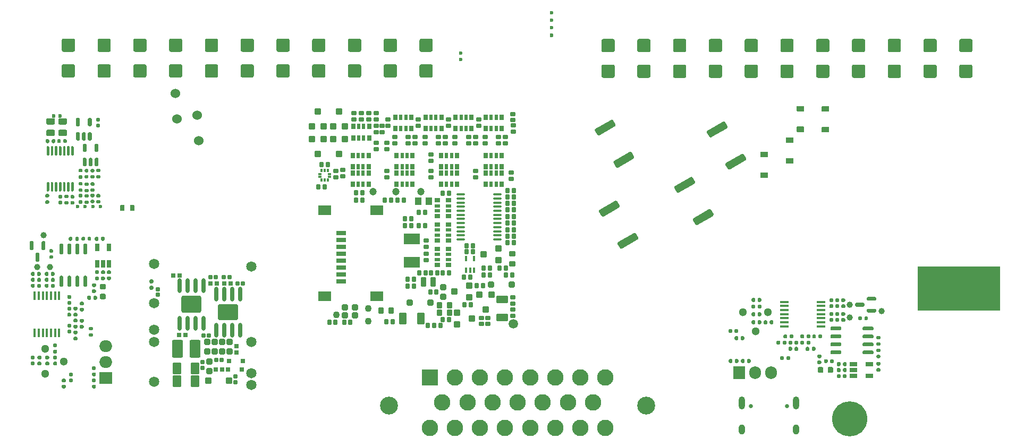
<source format=gbs>
G75*
G70*
%OFA0B0*%
%FSLAX25Y25*%
%IPPOS*%
%LPD*%
%AMOC8*
5,1,8,0,0,1.08239X$1,22.5*
%
%AMM147*
21,1,0.041340,0.026770,-0.000000,-0.000000,180.000000*
21,1,0.029130,0.038980,-0.000000,-0.000000,180.000000*
1,1,0.012210,-0.014570,0.013390*
1,1,0.012210,0.014570,0.013390*
1,1,0.012210,0.014570,-0.013390*
1,1,0.012210,-0.014570,-0.013390*
%
%AMM148*
21,1,0.076380,0.036220,-0.000000,-0.000000,270.000000*
21,1,0.061810,0.050790,-0.000000,-0.000000,270.000000*
1,1,0.014570,-0.018110,-0.030910*
1,1,0.014570,-0.018110,0.030910*
1,1,0.014570,0.018110,0.030910*
1,1,0.014570,0.018110,-0.030910*
%
%AMM151*
21,1,0.029130,0.018900,-0.000000,-0.000000,270.000000*
21,1,0.018900,0.029130,-0.000000,-0.000000,270.000000*
1,1,0.010240,-0.009450,-0.009450*
1,1,0.010240,-0.009450,0.009450*
1,1,0.010240,0.009450,0.009450*
1,1,0.010240,0.009450,-0.009450*
%
%AMM152*
21,1,0.025200,0.019680,-0.000000,-0.000000,180.000000*
21,1,0.015750,0.029130,-0.000000,-0.000000,180.000000*
1,1,0.009450,-0.007870,0.009840*
1,1,0.009450,0.007870,0.009840*
1,1,0.009450,0.007870,-0.009840*
1,1,0.009450,-0.007870,-0.009840*
%
%AMM153*
21,1,0.025200,0.019680,-0.000000,-0.000000,90.000000*
21,1,0.015750,0.029130,-0.000000,-0.000000,90.000000*
1,1,0.009450,0.009840,0.007870*
1,1,0.009450,0.009840,-0.007870*
1,1,0.009450,-0.009840,-0.007870*
1,1,0.009450,-0.009840,0.007870*
%
%AMM159*
21,1,0.111810,0.050390,-0.000000,-0.000000,270.000000*
21,1,0.093700,0.068500,-0.000000,-0.000000,270.000000*
1,1,0.018110,-0.025200,-0.046850*
1,1,0.018110,-0.025200,0.046850*
1,1,0.018110,0.025200,0.046850*
1,1,0.018110,0.025200,-0.046850*
%
%AMM160*
21,1,0.038980,0.026770,-0.000000,-0.000000,90.000000*
21,1,0.026770,0.038980,-0.000000,-0.000000,90.000000*
1,1,0.012210,0.013390,0.013390*
1,1,0.012210,0.013390,-0.013390*
1,1,0.012210,-0.013390,-0.013390*
1,1,0.012210,-0.013390,0.013390*
%
%AMM161*
21,1,0.029130,0.018900,-0.000000,-0.000000,0.000000*
21,1,0.018900,0.029130,-0.000000,-0.000000,0.000000*
1,1,0.010240,0.009450,-0.009450*
1,1,0.010240,-0.009450,-0.009450*
1,1,0.010240,-0.009450,0.009450*
1,1,0.010240,0.009450,0.009450*
%
%AMM162*
21,1,0.127560,0.075590,-0.000000,-0.000000,0.000000*
21,1,0.103150,0.100000,-0.000000,-0.000000,0.000000*
1,1,0.024410,0.051580,-0.037800*
1,1,0.024410,-0.051580,-0.037800*
1,1,0.024410,-0.051580,0.037800*
1,1,0.024410,0.051580,0.037800*
%
%AMM163*
21,1,0.123620,0.083460,-0.000000,-0.000000,180.000000*
21,1,0.097240,0.109840,-0.000000,-0.000000,180.000000*
1,1,0.026380,-0.048620,0.041730*
1,1,0.026380,0.048620,0.041730*
1,1,0.026380,0.048620,-0.041730*
1,1,0.026380,-0.048620,-0.041730*
%
%AMM235*
21,1,0.029530,0.026380,-0.000000,-0.000000,90.000000*
21,1,0.020470,0.035430,-0.000000,-0.000000,90.000000*
1,1,0.009060,0.013190,0.010240*
1,1,0.009060,0.013190,-0.010240*
1,1,0.009060,-0.013190,-0.010240*
1,1,0.009060,-0.013190,0.010240*
%
%AMM236*
21,1,0.021650,0.027950,-0.000000,-0.000000,90.000000*
21,1,0.014170,0.035430,-0.000000,-0.000000,90.000000*
1,1,0.007480,0.013980,0.007090*
1,1,0.007480,0.013980,-0.007090*
1,1,0.007480,-0.013980,-0.007090*
1,1,0.007480,-0.013980,0.007090*
%
%AMM239*
21,1,0.031500,0.018900,-0.000000,-0.000000,270.000000*
21,1,0.022840,0.027560,-0.000000,-0.000000,270.000000*
1,1,0.008660,-0.009450,-0.011420*
1,1,0.008660,-0.009450,0.011420*
1,1,0.008660,0.009450,0.011420*
1,1,0.008660,0.009450,-0.011420*
%
%AMM241*
21,1,0.031500,0.018900,-0.000000,-0.000000,0.000000*
21,1,0.022840,0.027560,-0.000000,-0.000000,0.000000*
1,1,0.008660,0.011420,-0.009450*
1,1,0.008660,-0.011420,-0.009450*
1,1,0.008660,-0.011420,0.009450*
1,1,0.008660,0.011420,0.009450*
%
%AMM243*
21,1,0.039370,0.030320,-0.000000,-0.000000,90.000000*
21,1,0.028350,0.041340,-0.000000,-0.000000,90.000000*
1,1,0.011020,0.015160,0.014170*
1,1,0.011020,0.015160,-0.014170*
1,1,0.011020,-0.015160,-0.014170*
1,1,0.011020,-0.015160,0.014170*
%
%AMM246*
21,1,0.031500,0.030710,-0.000000,-0.000000,180.000000*
21,1,0.022050,0.040160,-0.000000,-0.000000,180.000000*
1,1,0.009450,-0.011020,0.015350*
1,1,0.009450,0.011020,0.015350*
1,1,0.009450,0.011020,-0.015350*
1,1,0.009450,-0.011020,-0.015350*
%
%AMM261*
21,1,0.037400,0.026770,-0.000000,-0.000000,270.000000*
21,1,0.026770,0.037400,-0.000000,-0.000000,270.000000*
1,1,0.010630,-0.013390,-0.013390*
1,1,0.010630,-0.013390,0.013390*
1,1,0.010630,0.013390,0.013390*
1,1,0.010630,0.013390,-0.013390*
%
%AMM262*
21,1,0.029530,0.026380,-0.000000,-0.000000,180.000000*
21,1,0.020470,0.035430,-0.000000,-0.000000,180.000000*
1,1,0.009060,-0.010240,0.013190*
1,1,0.009060,0.010240,0.013190*
1,1,0.009060,0.010240,-0.013190*
1,1,0.009060,-0.010240,-0.013190*
%
%AMM263*
21,1,0.021650,0.027950,-0.000000,-0.000000,180.000000*
21,1,0.014170,0.035430,-0.000000,-0.000000,180.000000*
1,1,0.007480,-0.007090,0.013980*
1,1,0.007480,0.007090,0.013980*
1,1,0.007480,0.007090,-0.013980*
1,1,0.007480,-0.007090,-0.013980*
%
%AMM264*
21,1,0.037400,0.026770,-0.000000,-0.000000,180.000000*
21,1,0.026770,0.037400,-0.000000,-0.000000,180.000000*
1,1,0.010630,-0.013390,0.013390*
1,1,0.010630,0.013390,0.013390*
1,1,0.010630,0.013390,-0.013390*
1,1,0.010630,-0.013390,-0.013390*
%
%AMM265*
21,1,0.082680,0.045670,-0.000000,-0.000000,0.000000*
21,1,0.067320,0.061020,-0.000000,-0.000000,0.000000*
1,1,0.015350,0.033660,-0.022840*
1,1,0.015350,-0.033660,-0.022840*
1,1,0.015350,-0.033660,0.022840*
1,1,0.015350,0.033660,0.022840*
%
%AMM266*
21,1,0.062990,0.020470,-0.000000,-0.000000,0.000000*
21,1,0.053940,0.029530,-0.000000,-0.000000,0.000000*
1,1,0.009060,0.026970,-0.010240*
1,1,0.009060,-0.026970,-0.010240*
1,1,0.009060,-0.026970,0.010240*
1,1,0.009060,0.026970,0.010240*
%
%AMM267*
21,1,0.039370,0.030320,-0.000000,-0.000000,0.000000*
21,1,0.028350,0.041340,-0.000000,-0.000000,0.000000*
1,1,0.011020,0.014170,-0.015160*
1,1,0.011020,-0.014170,-0.015160*
1,1,0.011020,-0.014170,0.015160*
1,1,0.011020,0.014170,0.015160*
%
%AMM268*
21,1,0.016540,0.028980,-0.000000,-0.000000,0.000000*
21,1,0.010080,0.035430,-0.000000,-0.000000,0.000000*
1,1,0.006460,0.005040,-0.014490*
1,1,0.006460,-0.005040,-0.014490*
1,1,0.006460,-0.005040,0.014490*
1,1,0.006460,0.005040,0.014490*
%
%AMM269*
21,1,0.074800,0.036220,-0.000000,-0.000000,180.000000*
21,1,0.061810,0.049210,-0.000000,-0.000000,180.000000*
1,1,0.012990,-0.030910,0.018110*
1,1,0.012990,0.030910,0.018110*
1,1,0.012990,0.030910,-0.018110*
1,1,0.012990,-0.030910,-0.018110*
%
%AMM270*
21,1,0.039760,0.026770,-0.000000,-0.000000,180.000000*
21,1,0.029130,0.037400,-0.000000,-0.000000,180.000000*
1,1,0.010630,-0.014570,0.013390*
1,1,0.010630,0.014570,0.013390*
1,1,0.010630,0.014570,-0.013390*
1,1,0.010630,-0.014570,-0.013390*
%
%AMM271*
21,1,0.031500,0.049610,-0.000000,-0.000000,180.000000*
21,1,0.022050,0.059060,-0.000000,-0.000000,180.000000*
1,1,0.009450,-0.011020,0.024800*
1,1,0.009450,0.011020,0.024800*
1,1,0.009450,0.011020,-0.024800*
1,1,0.009450,-0.011020,-0.024800*
%
%AMM272*
21,1,0.074800,0.036220,-0.000000,-0.000000,270.000000*
21,1,0.061810,0.049210,-0.000000,-0.000000,270.000000*
1,1,0.012990,-0.018110,-0.030910*
1,1,0.012990,-0.018110,0.030910*
1,1,0.012990,0.018110,0.030910*
1,1,0.012990,0.018110,-0.030910*
%
%AMM273*
21,1,0.031500,0.030710,-0.000000,-0.000000,270.000000*
21,1,0.022050,0.040160,-0.000000,-0.000000,270.000000*
1,1,0.009450,-0.015350,-0.011020*
1,1,0.009450,-0.015350,0.011020*
1,1,0.009450,0.015350,0.011020*
1,1,0.009450,0.015350,-0.011020*
%
%ADD127C,0.02913*%
%ADD128C,0.06457*%
%ADD139O,0.02520X0.09213*%
%ADD14C,0.22047*%
%ADD147C,0.05118*%
%ADD15C,0.02362*%
%ADD151R,0.07500X0.07874*%
%ADD152O,0.07500X0.07874*%
%ADD153C,0.03900*%
%ADD155R,0.05709X0.01772*%
%ADD156R,0.04803X0.02559*%
%ADD207C,0.04724*%
%ADD208C,0.04294*%
%ADD233R,0.01772X0.01870*%
%ADD235O,0.05354X0.01378*%
%ADD238R,0.09843X0.07087*%
%ADD239R,0.01870X0.01772*%
%ADD241R,0.04331X0.04724*%
%ADD30C,0.05906*%
%ADD310M147*%
%ADD311M148*%
%ADD314M151*%
%ADD315M152*%
%ADD316M153*%
%ADD322M159*%
%ADD323M160*%
%ADD324M161*%
%ADD325M162*%
%ADD326M163*%
%ADD329R,0.07874X0.07500*%
%ADD330O,0.07874X0.07500*%
%ADD332R,0.01772X0.05709*%
%ADD333R,0.02559X0.04803*%
%ADD40R,0.10335X0.10335*%
%ADD41C,0.10335*%
%ADD425M235*%
%ADD426M236*%
%ADD429M239*%
%ADD431M241*%
%ADD433M243*%
%ADD436M246*%
%ADD451M261*%
%ADD452M262*%
%ADD453M263*%
%ADD454M264*%
%ADD455M265*%
%ADD456M266*%
%ADD457M267*%
%ADD458M268*%
%ADD459M269*%
%ADD460M270*%
%ADD461M271*%
%ADD462M272*%
%ADD463M273*%
%ADD47C,0.06693*%
%ADD49O,0.03937X0.08268*%
%ADD50O,0.03937X0.06299*%
%ADD51C,0.06000*%
%ADD74C,0.00472*%
%ADD75C,0.11220*%
%ADD76C,0.02559*%
X0000000Y0000000D02*
%LPD*%
G01*
D74*
X0617161Y0086610D02*
X0565980Y0086610D01*
X0565980Y0114169D01*
X0617161Y0114169D01*
X0617161Y0086610D01*
G36*
X0617161Y0086610D02*
G01*
X0565980Y0086610D01*
X0565980Y0114169D01*
X0617161Y0114169D01*
X0617161Y0086610D01*
G37*
D14*
D15*
X0043787Y0151658D03*
X0039063Y0151658D03*
X0048512Y0151658D03*
X0053236Y0151658D03*
X0027803Y0208449D03*
X0023866Y0208449D03*
D30*
X0086965Y0041441D03*
X0086965Y0066638D03*
X0086965Y0074118D03*
X0086965Y0091047D03*
D15*
X0085193Y0100496D03*
X0085193Y0104433D03*
D30*
X0086965Y0115654D03*
X0147988Y0039669D03*
X0147988Y0046953D03*
X0147988Y0066441D03*
X0147988Y0113882D03*
D75*
X0234276Y0026543D03*
X0395693Y0026543D03*
D40*
X0259866Y0044260D03*
D41*
X0275614Y0044260D03*
X0291362Y0044260D03*
X0307110Y0044260D03*
X0322858Y0044260D03*
X0338606Y0044260D03*
X0354354Y0044260D03*
X0370102Y0044260D03*
X0267740Y0028512D03*
X0283488Y0028512D03*
X0299236Y0028512D03*
X0314984Y0028512D03*
X0330732Y0028512D03*
X0346480Y0028512D03*
X0362228Y0028512D03*
X0259866Y0012764D03*
X0275614Y0012764D03*
X0291362Y0012764D03*
X0307110Y0012764D03*
X0322858Y0012764D03*
X0338606Y0012764D03*
X0354354Y0012764D03*
X0370102Y0012764D03*
G36*
G01*
X0592028Y0233465D02*
X0592028Y0239764D01*
G75*
G02*
X0593012Y0240748I0000984J0000000D01*
G01*
X0599311Y0240748D01*
G75*
G02*
X0600295Y0239764I0000000J-000984D01*
G01*
X0600295Y0233465D01*
G75*
G02*
X0599311Y0232480I-000984J0000000D01*
G01*
X0593012Y0232480D01*
G75*
G02*
X0592028Y0233465I0000000J0000984D01*
G01*
G37*
G36*
G01*
X0569587Y0233465D02*
X0569587Y0239764D01*
G75*
G02*
X0570571Y0240748I0000984J0000000D01*
G01*
X0576870Y0240748D01*
G75*
G02*
X0577854Y0239764I0000000J-000984D01*
G01*
X0577854Y0233465D01*
G75*
G02*
X0576870Y0232480I-000984J0000000D01*
G01*
X0570571Y0232480D01*
G75*
G02*
X0569587Y0233465I0000000J0000984D01*
G01*
G37*
G36*
G01*
X0547146Y0233465D02*
X0547146Y0239764D01*
G75*
G02*
X0548130Y0240748I0000984J0000000D01*
G01*
X0554429Y0240748D01*
G75*
G02*
X0555413Y0239764I0000000J-000984D01*
G01*
X0555413Y0233465D01*
G75*
G02*
X0554429Y0232480I-000984J0000000D01*
G01*
X0548130Y0232480D01*
G75*
G02*
X0547146Y0233465I0000000J0000984D01*
G01*
G37*
G36*
G01*
X0524705Y0233465D02*
X0524705Y0239764D01*
G75*
G02*
X0525689Y0240748I0000984J0000000D01*
G01*
X0531988Y0240748D01*
G75*
G02*
X0532972Y0239764I0000000J-000984D01*
G01*
X0532972Y0233465D01*
G75*
G02*
X0531988Y0232480I-000984J0000000D01*
G01*
X0525689Y0232480D01*
G75*
G02*
X0524705Y0233465I0000000J0000984D01*
G01*
G37*
G36*
G01*
X0502264Y0233465D02*
X0502264Y0239764D01*
G75*
G02*
X0503248Y0240748I0000984J0000000D01*
G01*
X0509547Y0240748D01*
G75*
G02*
X0510531Y0239764I0000000J-000984D01*
G01*
X0510531Y0233465D01*
G75*
G02*
X0509547Y0232480I-000984J0000000D01*
G01*
X0503248Y0232480D01*
G75*
G02*
X0502264Y0233465I0000000J0000984D01*
G01*
G37*
G36*
G01*
X0479823Y0233465D02*
X0479823Y0239764D01*
G75*
G02*
X0480807Y0240748I0000984J0000000D01*
G01*
X0487106Y0240748D01*
G75*
G02*
X0488091Y0239764I0000000J-000984D01*
G01*
X0488091Y0233465D01*
G75*
G02*
X0487106Y0232480I-000984J0000000D01*
G01*
X0480807Y0232480D01*
G75*
G02*
X0479823Y0233465I0000000J0000984D01*
G01*
G37*
G36*
G01*
X0457382Y0233465D02*
X0457382Y0239764D01*
G75*
G02*
X0458366Y0240748I0000984J0000000D01*
G01*
X0464665Y0240748D01*
G75*
G02*
X0465650Y0239764I0000000J-000984D01*
G01*
X0465650Y0233465D01*
G75*
G02*
X0464665Y0232480I-000984J0000000D01*
G01*
X0458366Y0232480D01*
G75*
G02*
X0457382Y0233465I0000000J0000984D01*
G01*
G37*
G36*
G01*
X0434941Y0233465D02*
X0434941Y0239764D01*
G75*
G02*
X0435925Y0240748I0000984J0000000D01*
G01*
X0442224Y0240748D01*
G75*
G02*
X0443209Y0239764I0000000J-000984D01*
G01*
X0443209Y0233465D01*
G75*
G02*
X0442224Y0232480I-000984J0000000D01*
G01*
X0435925Y0232480D01*
G75*
G02*
X0434941Y0233465I0000000J0000984D01*
G01*
G37*
G36*
G01*
X0412500Y0233465D02*
X0412500Y0239764D01*
G75*
G02*
X0413484Y0240748I0000984J0000000D01*
G01*
X0419783Y0240748D01*
G75*
G02*
X0420768Y0239764I0000000J-000984D01*
G01*
X0420768Y0233465D01*
G75*
G02*
X0419783Y0232480I-000984J0000000D01*
G01*
X0413484Y0232480D01*
G75*
G02*
X0412500Y0233465I0000000J0000984D01*
G01*
G37*
G36*
G01*
X0390059Y0233465D02*
X0390059Y0239764D01*
G75*
G02*
X0391043Y0240748I0000984J0000000D01*
G01*
X0397343Y0240748D01*
G75*
G02*
X0398327Y0239764I0000000J-000984D01*
G01*
X0398327Y0233465D01*
G75*
G02*
X0397343Y0232480I-000984J0000000D01*
G01*
X0391043Y0232480D01*
G75*
G02*
X0390059Y0233465I0000000J0000984D01*
G01*
G37*
G36*
G01*
X0367618Y0233465D02*
X0367618Y0239764D01*
G75*
G02*
X0368602Y0240748I0000984J0000000D01*
G01*
X0374902Y0240748D01*
G75*
G02*
X0375886Y0239764I0000000J-000984D01*
G01*
X0375886Y0233465D01*
G75*
G02*
X0374902Y0232480I-000984J0000000D01*
G01*
X0368602Y0232480D01*
G75*
G02*
X0367618Y0233465I0000000J0000984D01*
G01*
G37*
G36*
G01*
X0592028Y0249606D02*
X0592028Y0255906D01*
G75*
G02*
X0593012Y0256890I0000984J0000000D01*
G01*
X0599311Y0256890D01*
G75*
G02*
X0600295Y0255906I0000000J-000984D01*
G01*
X0600295Y0249606D01*
G75*
G02*
X0599311Y0248622I-000984J0000000D01*
G01*
X0593012Y0248622D01*
G75*
G02*
X0592028Y0249606I0000000J0000984D01*
G01*
G37*
G36*
G01*
X0569587Y0249606D02*
X0569587Y0255906D01*
G75*
G02*
X0570571Y0256890I0000984J0000000D01*
G01*
X0576870Y0256890D01*
G75*
G02*
X0577854Y0255906I0000000J-000984D01*
G01*
X0577854Y0249606D01*
G75*
G02*
X0576870Y0248622I-000984J0000000D01*
G01*
X0570571Y0248622D01*
G75*
G02*
X0569587Y0249606I0000000J0000984D01*
G01*
G37*
G36*
G01*
X0547146Y0249606D02*
X0547146Y0255906D01*
G75*
G02*
X0548130Y0256890I0000984J0000000D01*
G01*
X0554429Y0256890D01*
G75*
G02*
X0555413Y0255906I0000000J-000984D01*
G01*
X0555413Y0249606D01*
G75*
G02*
X0554429Y0248622I-000984J0000000D01*
G01*
X0548130Y0248622D01*
G75*
G02*
X0547146Y0249606I0000000J0000984D01*
G01*
G37*
G36*
G01*
X0524705Y0249606D02*
X0524705Y0255906D01*
G75*
G02*
X0525689Y0256890I0000984J0000000D01*
G01*
X0531988Y0256890D01*
G75*
G02*
X0532972Y0255906I0000000J-000984D01*
G01*
X0532972Y0249606D01*
G75*
G02*
X0531988Y0248622I-000984J0000000D01*
G01*
X0525689Y0248622D01*
G75*
G02*
X0524705Y0249606I0000000J0000984D01*
G01*
G37*
G36*
G01*
X0502264Y0249606D02*
X0502264Y0255906D01*
G75*
G02*
X0503248Y0256890I0000984J0000000D01*
G01*
X0509547Y0256890D01*
G75*
G02*
X0510531Y0255906I0000000J-000984D01*
G01*
X0510531Y0249606D01*
G75*
G02*
X0509547Y0248622I-000984J0000000D01*
G01*
X0503248Y0248622D01*
G75*
G02*
X0502264Y0249606I0000000J0000984D01*
G01*
G37*
G36*
G01*
X0479823Y0249606D02*
X0479823Y0255906D01*
G75*
G02*
X0480807Y0256890I0000984J0000000D01*
G01*
X0487106Y0256890D01*
G75*
G02*
X0488091Y0255906I0000000J-000984D01*
G01*
X0488091Y0249606D01*
G75*
G02*
X0487106Y0248622I-000984J0000000D01*
G01*
X0480807Y0248622D01*
G75*
G02*
X0479823Y0249606I0000000J0000984D01*
G01*
G37*
G36*
G01*
X0457382Y0249606D02*
X0457382Y0255906D01*
G75*
G02*
X0458366Y0256890I0000984J0000000D01*
G01*
X0464665Y0256890D01*
G75*
G02*
X0465650Y0255906I0000000J-000984D01*
G01*
X0465650Y0249606D01*
G75*
G02*
X0464665Y0248622I-000984J0000000D01*
G01*
X0458366Y0248622D01*
G75*
G02*
X0457382Y0249606I0000000J0000984D01*
G01*
G37*
G36*
G01*
X0434941Y0249606D02*
X0434941Y0255906D01*
G75*
G02*
X0435925Y0256890I0000984J0000000D01*
G01*
X0442224Y0256890D01*
G75*
G02*
X0443209Y0255906I0000000J-000984D01*
G01*
X0443209Y0249606D01*
G75*
G02*
X0442224Y0248622I-000984J0000000D01*
G01*
X0435925Y0248622D01*
G75*
G02*
X0434941Y0249606I0000000J0000984D01*
G01*
G37*
G36*
G01*
X0412500Y0249606D02*
X0412500Y0255906D01*
G75*
G02*
X0413484Y0256890I0000984J0000000D01*
G01*
X0419783Y0256890D01*
G75*
G02*
X0420768Y0255906I0000000J-000984D01*
G01*
X0420768Y0249606D01*
G75*
G02*
X0419783Y0248622I-000984J0000000D01*
G01*
X0413484Y0248622D01*
G75*
G02*
X0412500Y0249606I0000000J0000984D01*
G01*
G37*
G36*
G01*
X0390059Y0249606D02*
X0390059Y0255906D01*
G75*
G02*
X0391043Y0256890I0000984J0000000D01*
G01*
X0397343Y0256890D01*
G75*
G02*
X0398327Y0255906I0000000J-000984D01*
G01*
X0398327Y0249606D01*
G75*
G02*
X0397343Y0248622I-000984J0000000D01*
G01*
X0391043Y0248622D01*
G75*
G02*
X0390059Y0249606I0000000J0000984D01*
G01*
G37*
G36*
G01*
X0367618Y0249606D02*
X0367618Y0255906D01*
G75*
G02*
X0368602Y0256890I0000984J0000000D01*
G01*
X0374902Y0256890D01*
G75*
G02*
X0375886Y0255906I0000000J-000984D01*
G01*
X0375886Y0249606D01*
G75*
G02*
X0374902Y0248622I-000984J0000000D01*
G01*
X0368602Y0248622D01*
G75*
G02*
X0367618Y0249606I0000000J0000984D01*
G01*
G37*
G36*
G01*
X0253445Y0233661D02*
X0253445Y0239961D01*
G75*
G02*
X0254429Y0240945I0000984J0000000D01*
G01*
X0260728Y0240945D01*
G75*
G02*
X0261713Y0239961I0000000J-000984D01*
G01*
X0261713Y0233661D01*
G75*
G02*
X0260728Y0232677I-000984J0000000D01*
G01*
X0254429Y0232677D01*
G75*
G02*
X0253445Y0233661I0000000J0000984D01*
G01*
G37*
G36*
G01*
X0231004Y0233661D02*
X0231004Y0239961D01*
G75*
G02*
X0231988Y0240945I0000984J0000000D01*
G01*
X0238287Y0240945D01*
G75*
G02*
X0239272Y0239961I0000000J-000984D01*
G01*
X0239272Y0233661D01*
G75*
G02*
X0238287Y0232677I-000984J0000000D01*
G01*
X0231988Y0232677D01*
G75*
G02*
X0231004Y0233661I0000000J0000984D01*
G01*
G37*
G36*
G01*
X0208563Y0233661D02*
X0208563Y0239961D01*
G75*
G02*
X0209547Y0240945I0000984J0000000D01*
G01*
X0215846Y0240945D01*
G75*
G02*
X0216831Y0239961I0000000J-000984D01*
G01*
X0216831Y0233661D01*
G75*
G02*
X0215846Y0232677I-000984J0000000D01*
G01*
X0209547Y0232677D01*
G75*
G02*
X0208563Y0233661I0000000J0000984D01*
G01*
G37*
G36*
G01*
X0186122Y0233661D02*
X0186122Y0239961D01*
G75*
G02*
X0187106Y0240945I0000984J0000000D01*
G01*
X0193406Y0240945D01*
G75*
G02*
X0194390Y0239961I0000000J-000984D01*
G01*
X0194390Y0233661D01*
G75*
G02*
X0193406Y0232677I-000984J0000000D01*
G01*
X0187106Y0232677D01*
G75*
G02*
X0186122Y0233661I0000000J0000984D01*
G01*
G37*
G36*
G01*
X0163681Y0233661D02*
X0163681Y0239961D01*
G75*
G02*
X0164665Y0240945I0000984J0000000D01*
G01*
X0170965Y0240945D01*
G75*
G02*
X0171949Y0239961I0000000J-000984D01*
G01*
X0171949Y0233661D01*
G75*
G02*
X0170965Y0232677I-000984J0000000D01*
G01*
X0164665Y0232677D01*
G75*
G02*
X0163681Y0233661I0000000J0000984D01*
G01*
G37*
G36*
G01*
X0141240Y0233661D02*
X0141240Y0239961D01*
G75*
G02*
X0142224Y0240945I0000984J0000000D01*
G01*
X0148524Y0240945D01*
G75*
G02*
X0149508Y0239961I0000000J-000984D01*
G01*
X0149508Y0233661D01*
G75*
G02*
X0148524Y0232677I-000984J0000000D01*
G01*
X0142224Y0232677D01*
G75*
G02*
X0141240Y0233661I0000000J0000984D01*
G01*
G37*
G36*
G01*
X0118799Y0233661D02*
X0118799Y0239961D01*
G75*
G02*
X0119783Y0240945I0000984J0000000D01*
G01*
X0126083Y0240945D01*
G75*
G02*
X0127067Y0239961I0000000J-000984D01*
G01*
X0127067Y0233661D01*
G75*
G02*
X0126083Y0232677I-000984J0000000D01*
G01*
X0119783Y0232677D01*
G75*
G02*
X0118799Y0233661I0000000J0000984D01*
G01*
G37*
G36*
G01*
X0096358Y0233661D02*
X0096358Y0239961D01*
G75*
G02*
X0097343Y0240945I0000984J0000000D01*
G01*
X0103642Y0240945D01*
G75*
G02*
X0104626Y0239961I0000000J-000984D01*
G01*
X0104626Y0233661D01*
G75*
G02*
X0103642Y0232677I-000984J0000000D01*
G01*
X0097343Y0232677D01*
G75*
G02*
X0096358Y0233661I0000000J0000984D01*
G01*
G37*
G36*
G01*
X0073917Y0233661D02*
X0073917Y0239961D01*
G75*
G02*
X0074902Y0240945I0000984J0000000D01*
G01*
X0081201Y0240945D01*
G75*
G02*
X0082185Y0239961I0000000J-000984D01*
G01*
X0082185Y0233661D01*
G75*
G02*
X0081201Y0232677I-000984J0000000D01*
G01*
X0074902Y0232677D01*
G75*
G02*
X0073917Y0233661I0000000J0000984D01*
G01*
G37*
G36*
G01*
X0051476Y0233661D02*
X0051476Y0239961D01*
G75*
G02*
X0052461Y0240945I0000984J0000000D01*
G01*
X0058760Y0240945D01*
G75*
G02*
X0059744Y0239961I0000000J-000984D01*
G01*
X0059744Y0233661D01*
G75*
G02*
X0058760Y0232677I-000984J0000000D01*
G01*
X0052461Y0232677D01*
G75*
G02*
X0051476Y0233661I0000000J0000984D01*
G01*
G37*
G36*
G01*
X0029035Y0233661D02*
X0029035Y0239961D01*
G75*
G02*
X0030020Y0240945I0000984J0000000D01*
G01*
X0036319Y0240945D01*
G75*
G02*
X0037303Y0239961I0000000J-000984D01*
G01*
X0037303Y0233661D01*
G75*
G02*
X0036319Y0232677I-000984J0000000D01*
G01*
X0030020Y0232677D01*
G75*
G02*
X0029035Y0233661I0000000J0000984D01*
G01*
G37*
G36*
G01*
X0253445Y0249803D02*
X0253445Y0256102D01*
G75*
G02*
X0254429Y0257087I0000984J0000000D01*
G01*
X0260728Y0257087D01*
G75*
G02*
X0261713Y0256102I0000000J-000984D01*
G01*
X0261713Y0249803D01*
G75*
G02*
X0260728Y0248819I-000984J0000000D01*
G01*
X0254429Y0248819D01*
G75*
G02*
X0253445Y0249803I0000000J0000984D01*
G01*
G37*
G36*
G01*
X0231004Y0249803D02*
X0231004Y0256102D01*
G75*
G02*
X0231988Y0257087I0000984J0000000D01*
G01*
X0238287Y0257087D01*
G75*
G02*
X0239272Y0256102I0000000J-000984D01*
G01*
X0239272Y0249803D01*
G75*
G02*
X0238287Y0248819I-000984J0000000D01*
G01*
X0231988Y0248819D01*
G75*
G02*
X0231004Y0249803I0000000J0000984D01*
G01*
G37*
G36*
G01*
X0208563Y0249803D02*
X0208563Y0256102D01*
G75*
G02*
X0209547Y0257087I0000984J0000000D01*
G01*
X0215846Y0257087D01*
G75*
G02*
X0216831Y0256102I0000000J-000984D01*
G01*
X0216831Y0249803D01*
G75*
G02*
X0215846Y0248819I-000984J0000000D01*
G01*
X0209547Y0248819D01*
G75*
G02*
X0208563Y0249803I0000000J0000984D01*
G01*
G37*
G36*
G01*
X0186122Y0249803D02*
X0186122Y0256102D01*
G75*
G02*
X0187106Y0257087I0000984J0000000D01*
G01*
X0193406Y0257087D01*
G75*
G02*
X0194390Y0256102I0000000J-000984D01*
G01*
X0194390Y0249803D01*
G75*
G02*
X0193406Y0248819I-000984J0000000D01*
G01*
X0187106Y0248819D01*
G75*
G02*
X0186122Y0249803I0000000J0000984D01*
G01*
G37*
G36*
G01*
X0163681Y0249803D02*
X0163681Y0256102D01*
G75*
G02*
X0164665Y0257087I0000984J0000000D01*
G01*
X0170965Y0257087D01*
G75*
G02*
X0171949Y0256102I0000000J-000984D01*
G01*
X0171949Y0249803D01*
G75*
G02*
X0170965Y0248819I-000984J0000000D01*
G01*
X0164665Y0248819D01*
G75*
G02*
X0163681Y0249803I0000000J0000984D01*
G01*
G37*
G36*
G01*
X0141240Y0249803D02*
X0141240Y0256102D01*
G75*
G02*
X0142224Y0257087I0000984J0000000D01*
G01*
X0148524Y0257087D01*
G75*
G02*
X0149508Y0256102I0000000J-000984D01*
G01*
X0149508Y0249803D01*
G75*
G02*
X0148524Y0248819I-000984J0000000D01*
G01*
X0142224Y0248819D01*
G75*
G02*
X0141240Y0249803I0000000J0000984D01*
G01*
G37*
G36*
G01*
X0118799Y0249803D02*
X0118799Y0256102D01*
G75*
G02*
X0119783Y0257087I0000984J0000000D01*
G01*
X0126083Y0257087D01*
G75*
G02*
X0127067Y0256102I0000000J-000984D01*
G01*
X0127067Y0249803D01*
G75*
G02*
X0126083Y0248819I-000984J0000000D01*
G01*
X0119783Y0248819D01*
G75*
G02*
X0118799Y0249803I0000000J0000984D01*
G01*
G37*
G36*
G01*
X0096358Y0249803D02*
X0096358Y0256102D01*
G75*
G02*
X0097343Y0257087I0000984J0000000D01*
G01*
X0103642Y0257087D01*
G75*
G02*
X0104626Y0256102I0000000J-000984D01*
G01*
X0104626Y0249803D01*
G75*
G02*
X0103642Y0248819I-000984J0000000D01*
G01*
X0097343Y0248819D01*
G75*
G02*
X0096358Y0249803I0000000J0000984D01*
G01*
G37*
G36*
G01*
X0073917Y0249803D02*
X0073917Y0256102D01*
G75*
G02*
X0074902Y0257087I0000984J0000000D01*
G01*
X0081201Y0257087D01*
G75*
G02*
X0082185Y0256102I0000000J-000984D01*
G01*
X0082185Y0249803D01*
G75*
G02*
X0081201Y0248819I-000984J0000000D01*
G01*
X0074902Y0248819D01*
G75*
G02*
X0073917Y0249803I0000000J0000984D01*
G01*
G37*
G36*
G01*
X0051476Y0249803D02*
X0051476Y0256102D01*
G75*
G02*
X0052461Y0257087I0000984J0000000D01*
G01*
X0058760Y0257087D01*
G75*
G02*
X0059744Y0256102I0000000J-000984D01*
G01*
X0059744Y0249803D01*
G75*
G02*
X0058760Y0248819I-000984J0000000D01*
G01*
X0052461Y0248819D01*
G75*
G02*
X0051476Y0249803I0000000J0000984D01*
G01*
G37*
G36*
G01*
X0029035Y0249803D02*
X0029035Y0256102D01*
G75*
G02*
X0030020Y0257087I0000984J0000000D01*
G01*
X0036319Y0257087D01*
G75*
G02*
X0037303Y0256102I0000000J-000984D01*
G01*
X0037303Y0249803D01*
G75*
G02*
X0036319Y0248819I-000984J0000000D01*
G01*
X0030020Y0248819D01*
G75*
G02*
X0029035Y0249803I0000000J0000984D01*
G01*
G37*
D15*
X0336154Y0263878D03*
X0336154Y0259154D03*
X0336154Y0268602D03*
X0336154Y0273327D03*
X0279362Y0247894D03*
X0279362Y0243957D03*
D47*
D76*
X0461169Y0026311D03*
X0483925Y0026311D03*
D49*
X0455539Y0028280D03*
D50*
X0455539Y0011823D03*
D49*
X0489555Y0028280D03*
D50*
X0489555Y0011823D03*
D14*
X0523386Y0018386D03*
D47*
D51*
X0100463Y0222651D03*
X0114104Y0209010D03*
X0101274Y0206797D03*
X0114915Y0193156D03*
G36*
G01*
X0510094Y0198197D02*
X0506079Y0198197D01*
G75*
G02*
X0505724Y0198551I0000000J0000354D01*
G01*
X0505724Y0201386D01*
G75*
G02*
X0506079Y0201740I0000354J0000000D01*
G01*
X0510094Y0201740D01*
G75*
G02*
X0510449Y0201386I0000000J-000354D01*
G01*
X0510449Y0198551D01*
G75*
G02*
X0510094Y0198197I-000354J0000000D01*
G01*
G37*
G36*
G01*
X0510094Y0211189D02*
X0506079Y0211189D01*
G75*
G02*
X0505724Y0211543I0000000J0000354D01*
G01*
X0505724Y0214378D01*
G75*
G02*
X0506079Y0214732I0000354J0000000D01*
G01*
X0510094Y0214732D01*
G75*
G02*
X0510449Y0214378I0000000J-000354D01*
G01*
X0510449Y0211543D01*
G75*
G02*
X0510094Y0211189I-000354J0000000D01*
G01*
G37*
G36*
G01*
X0494378Y0198303D02*
X0490362Y0198303D01*
G75*
G02*
X0490008Y0198658I0000000J0000354D01*
G01*
X0490008Y0201492D01*
G75*
G02*
X0490362Y0201847I0000354J0000000D01*
G01*
X0494378Y0201847D01*
G75*
G02*
X0494732Y0201492I0000000J-000354D01*
G01*
X0494732Y0198658D01*
G75*
G02*
X0494378Y0198303I-000354J0000000D01*
G01*
G37*
G36*
G01*
X0494378Y0211295D02*
X0490362Y0211295D01*
G75*
G02*
X0490008Y0211650I0000000J0000354D01*
G01*
X0490008Y0214484D01*
G75*
G02*
X0490362Y0214839I0000354J0000000D01*
G01*
X0494378Y0214839D01*
G75*
G02*
X0494732Y0214484I0000000J-000354D01*
G01*
X0494732Y0211650D01*
G75*
G02*
X0494378Y0211295I-000354J0000000D01*
G01*
G37*
G36*
G01*
X0471630Y0169543D02*
X0467614Y0169543D01*
G75*
G02*
X0467260Y0169898I0000000J0000354D01*
G01*
X0467260Y0172732D01*
G75*
G02*
X0467614Y0173087I0000354J0000000D01*
G01*
X0471630Y0173087D01*
G75*
G02*
X0471984Y0172732I0000000J-000354D01*
G01*
X0471984Y0169898D01*
G75*
G02*
X0471630Y0169543I-000354J0000000D01*
G01*
G37*
G36*
G01*
X0471630Y0182535D02*
X0467614Y0182535D01*
G75*
G02*
X0467260Y0182890I0000000J0000354D01*
G01*
X0467260Y0185724D01*
G75*
G02*
X0467614Y0186079I0000354J0000000D01*
G01*
X0471630Y0186079D01*
G75*
G02*
X0471984Y0185724I0000000J-000354D01*
G01*
X0471984Y0182890D01*
G75*
G02*
X0471630Y0182535I-000354J0000000D01*
G01*
G37*
G36*
G01*
X0457935Y0180588D02*
X0448218Y0174978D01*
G75*
G02*
X0446874Y0175338I-000492J0000852D01*
G01*
X0445446Y0177810D01*
G75*
G02*
X0445807Y0179155I0000852J0000492D01*
G01*
X0455524Y0184765D01*
G75*
G02*
X0456868Y0184405I0000492J-000852D01*
G01*
X0458296Y0181933D01*
G75*
G02*
X0457935Y0180588I-000852J-000492D01*
G01*
G37*
G36*
G01*
X0446272Y0200790D02*
X0436555Y0195180D01*
G75*
G02*
X0435210Y0195540I-000492J0000852D01*
G01*
X0433783Y0198012D01*
G75*
G02*
X0434143Y0199357I0000852J0000492D01*
G01*
X0443861Y0204967D01*
G75*
G02*
X0445205Y0204606I0000492J-000852D01*
G01*
X0446632Y0202135D01*
G75*
G02*
X0446272Y0200790I-000852J-000492D01*
G01*
G37*
G36*
G01*
X0487669Y0178595D02*
X0483654Y0178595D01*
G75*
G02*
X0483299Y0178949I0000000J0000354D01*
G01*
X0483299Y0181784D01*
G75*
G02*
X0483654Y0182138I0000354J0000000D01*
G01*
X0487669Y0182138D01*
G75*
G02*
X0488024Y0181784I0000000J-000354D01*
G01*
X0488024Y0178949D01*
G75*
G02*
X0487669Y0178595I-000354J0000000D01*
G01*
G37*
G36*
G01*
X0487669Y0191587D02*
X0483654Y0191587D01*
G75*
G02*
X0483299Y0191941I0000000J0000354D01*
G01*
X0483299Y0194776D01*
G75*
G02*
X0483654Y0195130I0000354J0000000D01*
G01*
X0487669Y0195130D01*
G75*
G02*
X0488024Y0194776I0000000J-000354D01*
G01*
X0488024Y0191941D01*
G75*
G02*
X0487669Y0191587I-000354J0000000D01*
G01*
G37*
G36*
G01*
X0065598Y0149240D02*
X0065598Y0152311D01*
G75*
G02*
X0065874Y0152587I0000276J0000000D01*
G01*
X0068079Y0152587D01*
G75*
G02*
X0068354Y0152311I0000000J-000276D01*
G01*
X0068354Y0149240D01*
G75*
G02*
X0068079Y0148965I-000276J0000000D01*
G01*
X0065874Y0148965D01*
G75*
G02*
X0065598Y0149240I0000000J0000276D01*
G01*
G37*
G36*
G01*
X0071898Y0149240D02*
X0071898Y0152311D01*
G75*
G02*
X0072173Y0152587I0000276J0000000D01*
G01*
X0074378Y0152587D01*
G75*
G02*
X0074654Y0152311I0000000J-000276D01*
G01*
X0074654Y0149240D01*
G75*
G02*
X0074378Y0148965I-000276J0000000D01*
G01*
X0072173Y0148965D01*
G75*
G02*
X0071898Y0149240I0000000J0000276D01*
G01*
G37*
G36*
G01*
X0387660Y0181754D02*
X0377943Y0176144D01*
G75*
G02*
X0376598Y0176504I-000492J0000852D01*
G01*
X0375171Y0178976D01*
G75*
G02*
X0375531Y0180320I0000852J0000492D01*
G01*
X0385248Y0185931D01*
G75*
G02*
X0386593Y0185570I0000492J-000852D01*
G01*
X0388020Y0183098D01*
G75*
G02*
X0387660Y0181754I-000852J-000492D01*
G01*
G37*
G36*
G01*
X0375996Y0201955D02*
X0366279Y0196345D01*
G75*
G02*
X0364935Y0196705I-000492J0000852D01*
G01*
X0363508Y0199177D01*
G75*
G02*
X0363868Y0200522I0000852J0000492D01*
G01*
X0373585Y0206132D01*
G75*
G02*
X0374929Y0205772I0000492J-000852D01*
G01*
X0376357Y0203300D01*
G75*
G02*
X0375996Y0201955I-000852J-000492D01*
G01*
G37*
G36*
G01*
X0390231Y0130856D02*
X0380513Y0125246D01*
G75*
G02*
X0379169Y0125606I-000492J0000852D01*
G01*
X0377742Y0128078D01*
G75*
G02*
X0378102Y0129423I0000852J0000492D01*
G01*
X0387819Y0135033D01*
G75*
G02*
X0389164Y0134673I0000492J-000852D01*
G01*
X0390591Y0132201D01*
G75*
G02*
X0390231Y0130856I-000852J-000492D01*
G01*
G37*
G36*
G01*
X0378567Y0151058D02*
X0368850Y0145448D01*
G75*
G02*
X0367506Y0145808I-000492J0000852D01*
G01*
X0366078Y0148280D01*
G75*
G02*
X0366439Y0149624I0000852J0000492D01*
G01*
X0376156Y0155234D01*
G75*
G02*
X0377500Y0154874I0000492J-000852D01*
G01*
X0378928Y0152402D01*
G75*
G02*
X0378567Y0151058I-000852J-000492D01*
G01*
G37*
G36*
G01*
X0437479Y0145770D02*
X0427761Y0140159D01*
G75*
G02*
X0426417Y0140520I-000492J0000852D01*
G01*
X0424990Y0142992D01*
G75*
G02*
X0425350Y0144336I0000852J0000492D01*
G01*
X0435067Y0149946D01*
G75*
G02*
X0436412Y0149586I0000492J-000852D01*
G01*
X0437839Y0147114D01*
G75*
G02*
X0437479Y0145770I-000852J-000492D01*
G01*
G37*
G36*
G01*
X0425815Y0165971D02*
X0416098Y0160361D01*
G75*
G02*
X0414754Y0160721I-000492J0000852D01*
G01*
X0413326Y0163193D01*
G75*
G02*
X0413687Y0164538I0000852J0000492D01*
G01*
X0423404Y0170148D01*
G75*
G02*
X0424748Y0169788I0000492J-000852D01*
G01*
X0426176Y0167316D01*
G75*
G02*
X0425815Y0165971I-000852J-000492D01*
G01*
G37*
X0150941Y0118728D02*
G01*
G75*
D310*
X0121026Y0042350D02*
D03*
X0134018Y0042350D02*
D03*
D311*
X0101166Y0041956D02*
D03*
X0112583Y0041956D02*
D03*
X0101166Y0049988D02*
D03*
X0112583Y0049988D02*
D03*
D314*
X0138539Y0064004D02*
D03*
X0138539Y0060067D02*
D03*
X0141886Y0049437D02*
D03*
X0133224Y0049437D02*
D03*
X0142673Y0054685D02*
D03*
X0134012Y0054685D02*
D03*
D315*
X0130786Y0107311D02*
D03*
X0134330Y0107311D02*
D03*
X0121395Y0070578D02*
D03*
X0117851Y0070578D02*
D03*
X0129392Y0055473D02*
D03*
X0125849Y0055473D02*
D03*
X0122168Y0107311D02*
D03*
X0125711Y0107311D02*
D03*
X0142673Y0103374D02*
D03*
X0139130Y0103374D02*
D03*
D316*
X0117188Y0053898D02*
D03*
X0117188Y0050354D02*
D03*
X0137955Y0041496D02*
D03*
X0137955Y0045040D02*
D03*
X0089191Y0099813D02*
D03*
X0089191Y0096269D02*
D03*
D127*
X0085193Y0100618D02*
D03*
X0085193Y0104555D02*
D03*
D128*
X0147988Y0047075D02*
D03*
X0147988Y0114004D02*
D03*
X0147988Y0066563D02*
D03*
X0086965Y0066760D02*
D03*
X0086965Y0041563D02*
D03*
X0086965Y0091169D02*
D03*
X0086965Y0074240D02*
D03*
X0086965Y0115775D02*
D03*
X0147988Y0039791D02*
D03*
D322*
X0101728Y0062429D02*
D03*
X0112752Y0062429D02*
D03*
D323*
X0134406Y0066752D02*
D03*
X0134406Y0060532D02*
D03*
X0120312Y0066752D02*
D03*
X0120312Y0060532D02*
D03*
X0125003Y0066752D02*
D03*
X0125003Y0060532D02*
D03*
X0129695Y0066752D02*
D03*
X0129695Y0060532D02*
D03*
X0121493Y0054508D02*
D03*
X0121493Y0048287D02*
D03*
D324*
X0130983Y0103374D02*
D03*
X0134920Y0103374D02*
D03*
X0126302Y0103374D02*
D03*
X0122365Y0103374D02*
D03*
X0129589Y0049437D02*
D03*
X0125652Y0049437D02*
D03*
X0106656Y0071051D02*
D03*
X0102719Y0071051D02*
D03*
X0098880Y0108492D02*
D03*
X0102818Y0108492D02*
D03*
D139*
X0125869Y0096614D02*
D03*
X0130869Y0096614D02*
D03*
X0135869Y0096614D02*
D03*
X0140869Y0096614D02*
D03*
X0125869Y0073977D02*
D03*
X0130869Y0073977D02*
D03*
X0135869Y0073977D02*
D03*
X0140869Y0073977D02*
D03*
X0102802Y0101897D02*
D03*
X0107802Y0101897D02*
D03*
X0112802Y0101897D02*
D03*
X0117802Y0101897D02*
D03*
X0102802Y0078472D02*
D03*
X0107802Y0078472D02*
D03*
X0112802Y0078472D02*
D03*
X0117802Y0078472D02*
D03*
D325*
X0133369Y0085296D02*
D03*
D326*
X0110302Y0090185D02*
D03*
X0016622Y0210047D02*
%LPD*%
G01*
D15*
X0043787Y0151779D03*
X0039063Y0151779D03*
X0048512Y0151779D03*
X0053236Y0151779D03*
X0027803Y0208571D03*
X0023866Y0208571D03*
G36*
G01*
X0047216Y0193118D02*
X0046035Y0193118D01*
G75*
G02*
X0045444Y0193708I0000000J0000591D01*
G01*
X0045444Y0197744D01*
G75*
G02*
X0046035Y0198334I0000591J0000000D01*
G01*
X0047216Y0198334D01*
G75*
G02*
X0047806Y0197744I0000000J-000591D01*
G01*
X0047806Y0193708D01*
G75*
G02*
X0047216Y0193118I-000591J0000000D01*
G01*
G37*
G36*
G01*
X0043475Y0193118D02*
X0042294Y0193118D01*
G75*
G02*
X0041704Y0193708I0000000J0000591D01*
G01*
X0041704Y0197744D01*
G75*
G02*
X0042294Y0198334I0000591J0000000D01*
G01*
X0043475Y0198334D01*
G75*
G02*
X0044066Y0197744I0000000J-000591D01*
G01*
X0044066Y0193708D01*
G75*
G02*
X0043475Y0193118I-000591J0000000D01*
G01*
G37*
G36*
G01*
X0039735Y0193118D02*
X0038554Y0193118D01*
G75*
G02*
X0037964Y0193708I0000000J0000591D01*
G01*
X0037964Y0197744D01*
G75*
G02*
X0038554Y0198334I0000591J0000000D01*
G01*
X0039735Y0198334D01*
G75*
G02*
X0040326Y0197744I0000000J-000591D01*
G01*
X0040326Y0193708D01*
G75*
G02*
X0039735Y0193118I-000591J0000000D01*
G01*
G37*
G36*
G01*
X0039735Y0202075D02*
X0038554Y0202075D01*
G75*
G02*
X0037964Y0202665I0000000J0000591D01*
G01*
X0037964Y0206701D01*
G75*
G02*
X0038554Y0207291I0000591J0000000D01*
G01*
X0039735Y0207291D01*
G75*
G02*
X0040326Y0206701I0000000J-000591D01*
G01*
X0040326Y0202665D01*
G75*
G02*
X0039735Y0202075I-000591J0000000D01*
G01*
G37*
G36*
G01*
X0047216Y0202075D02*
X0046035Y0202075D01*
G75*
G02*
X0045444Y0202665I0000000J0000591D01*
G01*
X0045444Y0206701D01*
G75*
G02*
X0046035Y0207291I0000591J0000000D01*
G01*
X0047216Y0207291D01*
G75*
G02*
X0047806Y0206701I0000000J-000591D01*
G01*
X0047806Y0202665D01*
G75*
G02*
X0047216Y0202075I-000591J0000000D01*
G01*
G37*
G36*
G01*
X0024929Y0193393D02*
X0024929Y0192055D01*
G75*
G02*
X0024378Y0191504I-000551J0000000D01*
G01*
X0023276Y0191504D01*
G75*
G02*
X0022724Y0192055I0000000J0000551D01*
G01*
X0022724Y0193393D01*
G75*
G02*
X0023276Y0193945I0000551J0000000D01*
G01*
X0024378Y0193945D01*
G75*
G02*
X0024929Y0193393I0000000J-000551D01*
G01*
G37*
G36*
G01*
X0021150Y0193393D02*
X0021150Y0192055D01*
G75*
G02*
X0020598Y0191504I-000551J0000000D01*
G01*
X0019496Y0191504D01*
G75*
G02*
X0018945Y0192055I0000000J0000551D01*
G01*
X0018945Y0193393D01*
G75*
G02*
X0019496Y0193945I0000551J0000000D01*
G01*
X0020598Y0193945D01*
G75*
G02*
X0021150Y0193393I0000000J-000551D01*
G01*
G37*
G36*
G01*
X0047646Y0166878D02*
X0048984Y0166878D01*
G75*
G02*
X0049535Y0166327I0000000J-000551D01*
G01*
X0049535Y0165224D01*
G75*
G02*
X0048984Y0164673I-000551J0000000D01*
G01*
X0047646Y0164673D01*
G75*
G02*
X0047094Y0165224I0000000J0000551D01*
G01*
X0047094Y0166327D01*
G75*
G02*
X0047646Y0166878I0000551J0000000D01*
G01*
G37*
G36*
G01*
X0047646Y0163098D02*
X0048984Y0163098D01*
G75*
G02*
X0049535Y0162547I0000000J-000551D01*
G01*
X0049535Y0161445D01*
G75*
G02*
X0048984Y0160893I-000551J0000000D01*
G01*
X0047646Y0160893D01*
G75*
G02*
X0047094Y0161445I0000000J0000551D01*
G01*
X0047094Y0162547D01*
G75*
G02*
X0047646Y0163098I0000551J0000000D01*
G01*
G37*
G36*
G01*
X0052646Y0153531D02*
X0051307Y0153531D01*
G75*
G02*
X0050756Y0154082I0000000J0000551D01*
G01*
X0050756Y0155185D01*
G75*
G02*
X0051307Y0155736I0000551J0000000D01*
G01*
X0052646Y0155736D01*
G75*
G02*
X0053197Y0155185I0000000J-000551D01*
G01*
X0053197Y0154082D01*
G75*
G02*
X0052646Y0153531I-000551J0000000D01*
G01*
G37*
G36*
G01*
X0052646Y0157311D02*
X0051307Y0157311D01*
G75*
G02*
X0050756Y0157862I0000000J0000551D01*
G01*
X0050756Y0158964D01*
G75*
G02*
X0051307Y0159516I0000551J0000000D01*
G01*
X0052646Y0159516D01*
G75*
G02*
X0053197Y0158964I0000000J-000551D01*
G01*
X0053197Y0157862D01*
G75*
G02*
X0052646Y0157311I-000551J0000000D01*
G01*
G37*
G36*
G01*
X0043905Y0175283D02*
X0045244Y0175283D01*
G75*
G02*
X0045795Y0174732I0000000J-000551D01*
G01*
X0045795Y0173630D01*
G75*
G02*
X0045244Y0173078I-000551J0000000D01*
G01*
X0043905Y0173078D01*
G75*
G02*
X0043354Y0173630I0000000J0000551D01*
G01*
X0043354Y0174732D01*
G75*
G02*
X0043905Y0175283I0000551J0000000D01*
G01*
G37*
G36*
G01*
X0043905Y0171504D02*
X0045244Y0171504D01*
G75*
G02*
X0045795Y0170953I0000000J-000551D01*
G01*
X0045795Y0169850D01*
G75*
G02*
X0045244Y0169299I-000551J0000000D01*
G01*
X0043905Y0169299D01*
G75*
G02*
X0043354Y0169850I0000000J0000551D01*
G01*
X0043354Y0170953D01*
G75*
G02*
X0043905Y0171504I0000551J0000000D01*
G01*
G37*
G36*
G01*
X0048984Y0153728D02*
X0047646Y0153728D01*
G75*
G02*
X0047094Y0154279I0000000J0000551D01*
G01*
X0047094Y0155382D01*
G75*
G02*
X0047646Y0155933I0000551J0000000D01*
G01*
X0048984Y0155933D01*
G75*
G02*
X0049535Y0155382I0000000J-000551D01*
G01*
X0049535Y0154279D01*
G75*
G02*
X0048984Y0153728I-000551J0000000D01*
G01*
G37*
G36*
G01*
X0048984Y0157508D02*
X0047646Y0157508D01*
G75*
G02*
X0047094Y0158059I0000000J0000551D01*
G01*
X0047094Y0159161D01*
G75*
G02*
X0047646Y0159712I0000551J0000000D01*
G01*
X0048984Y0159712D01*
G75*
G02*
X0049535Y0159161I0000000J-000551D01*
G01*
X0049535Y0158059D01*
G75*
G02*
X0048984Y0157508I-000551J0000000D01*
G01*
G37*
G36*
G01*
X0027468Y0159004D02*
X0028807Y0159004D01*
G75*
G02*
X0029358Y0158453I0000000J-000551D01*
G01*
X0029358Y0157350D01*
G75*
G02*
X0028807Y0156799I-000551J0000000D01*
G01*
X0027468Y0156799D01*
G75*
G02*
X0026917Y0157350I0000000J0000551D01*
G01*
X0026917Y0158453D01*
G75*
G02*
X0027468Y0159004I0000551J0000000D01*
G01*
G37*
G36*
G01*
X0027468Y0155224D02*
X0028807Y0155224D01*
G75*
G02*
X0029358Y0154673I0000000J-000551D01*
G01*
X0029358Y0153571D01*
G75*
G02*
X0028807Y0153019I-000551J0000000D01*
G01*
X0027468Y0153019D01*
G75*
G02*
X0026917Y0153571I0000000J0000551D01*
G01*
X0026917Y0154673D01*
G75*
G02*
X0027468Y0155224I0000551J0000000D01*
G01*
G37*
G36*
G01*
X0019968Y0189513D02*
X0020756Y0189513D01*
G75*
G02*
X0021150Y0189119I0000000J-000394D01*
G01*
X0021150Y0184099D01*
G75*
G02*
X0020756Y0183706I-000394J0000000D01*
G01*
X0019968Y0183706D01*
G75*
G02*
X0019575Y0184099I0000000J0000394D01*
G01*
X0019575Y0189119D01*
G75*
G02*
X0019968Y0189513I0000394J0000000D01*
G01*
G37*
G36*
G01*
X0022528Y0189513D02*
X0023315Y0189513D01*
G75*
G02*
X0023709Y0189119I0000000J-000394D01*
G01*
X0023709Y0184099D01*
G75*
G02*
X0023315Y0183706I-000394J0000000D01*
G01*
X0022528Y0183706D01*
G75*
G02*
X0022134Y0184099I0000000J0000394D01*
G01*
X0022134Y0189119D01*
G75*
G02*
X0022528Y0189513I0000394J0000000D01*
G01*
G37*
G36*
G01*
X0025087Y0189513D02*
X0025874Y0189513D01*
G75*
G02*
X0026268Y0189119I0000000J-000394D01*
G01*
X0026268Y0184099D01*
G75*
G02*
X0025874Y0183706I-000394J0000000D01*
G01*
X0025087Y0183706D01*
G75*
G02*
X0024693Y0184099I0000000J0000394D01*
G01*
X0024693Y0189119D01*
G75*
G02*
X0025087Y0189513I0000394J0000000D01*
G01*
G37*
G36*
G01*
X0027646Y0189513D02*
X0028433Y0189513D01*
G75*
G02*
X0028827Y0189119I0000000J-000394D01*
G01*
X0028827Y0184099D01*
G75*
G02*
X0028433Y0183706I-000394J0000000D01*
G01*
X0027646Y0183706D01*
G75*
G02*
X0027252Y0184099I0000000J0000394D01*
G01*
X0027252Y0189119D01*
G75*
G02*
X0027646Y0189513I0000394J0000000D01*
G01*
G37*
G36*
G01*
X0030205Y0189513D02*
X0030992Y0189513D01*
G75*
G02*
X0031386Y0189119I0000000J-000394D01*
G01*
X0031386Y0184099D01*
G75*
G02*
X0030992Y0183706I-000394J0000000D01*
G01*
X0030205Y0183706D01*
G75*
G02*
X0029811Y0184099I0000000J0000394D01*
G01*
X0029811Y0189119D01*
G75*
G02*
X0030205Y0189513I0000394J0000000D01*
G01*
G37*
G36*
G01*
X0032764Y0189513D02*
X0033551Y0189513D01*
G75*
G02*
X0033945Y0189119I0000000J-000394D01*
G01*
X0033945Y0184099D01*
G75*
G02*
X0033551Y0183706I-000394J0000000D01*
G01*
X0032764Y0183706D01*
G75*
G02*
X0032370Y0184099I0000000J0000394D01*
G01*
X0032370Y0189119D01*
G75*
G02*
X0032764Y0189513I0000394J0000000D01*
G01*
G37*
G36*
G01*
X0035323Y0189513D02*
X0036110Y0189513D01*
G75*
G02*
X0036504Y0189119I0000000J-000394D01*
G01*
X0036504Y0184099D01*
G75*
G02*
X0036110Y0183706I-000394J0000000D01*
G01*
X0035323Y0183706D01*
G75*
G02*
X0034929Y0184099I0000000J0000394D01*
G01*
X0034929Y0189119D01*
G75*
G02*
X0035323Y0189513I0000394J0000000D01*
G01*
G37*
G36*
G01*
X0035323Y0166973D02*
X0036110Y0166973D01*
G75*
G02*
X0036504Y0166580I0000000J-000394D01*
G01*
X0036504Y0161560D01*
G75*
G02*
X0036110Y0161166I-000394J0000000D01*
G01*
X0035323Y0161166D01*
G75*
G02*
X0034929Y0161560I0000000J0000394D01*
G01*
X0034929Y0166580D01*
G75*
G02*
X0035323Y0166973I0000394J0000000D01*
G01*
G37*
G36*
G01*
X0032764Y0166973D02*
X0033551Y0166973D01*
G75*
G02*
X0033945Y0166580I0000000J-000394D01*
G01*
X0033945Y0161560D01*
G75*
G02*
X0033551Y0161166I-000394J0000000D01*
G01*
X0032764Y0161166D01*
G75*
G02*
X0032370Y0161560I0000000J0000394D01*
G01*
X0032370Y0166580D01*
G75*
G02*
X0032764Y0166973I0000394J0000000D01*
G01*
G37*
G36*
G01*
X0030205Y0166973D02*
X0030992Y0166973D01*
G75*
G02*
X0031386Y0166580I0000000J-000394D01*
G01*
X0031386Y0161560D01*
G75*
G02*
X0030992Y0161166I-000394J0000000D01*
G01*
X0030205Y0161166D01*
G75*
G02*
X0029811Y0161560I0000000J0000394D01*
G01*
X0029811Y0166580D01*
G75*
G02*
X0030205Y0166973I0000394J0000000D01*
G01*
G37*
G36*
G01*
X0027646Y0166973D02*
X0028433Y0166973D01*
G75*
G02*
X0028827Y0166580I0000000J-000394D01*
G01*
X0028827Y0161560D01*
G75*
G02*
X0028433Y0161166I-000394J0000000D01*
G01*
X0027646Y0161166D01*
G75*
G02*
X0027252Y0161560I0000000J0000394D01*
G01*
X0027252Y0166580D01*
G75*
G02*
X0027646Y0166973I0000394J0000000D01*
G01*
G37*
G36*
G01*
X0025087Y0166973D02*
X0025874Y0166973D01*
G75*
G02*
X0026268Y0166580I0000000J-000394D01*
G01*
X0026268Y0161560D01*
G75*
G02*
X0025874Y0161166I-000394J0000000D01*
G01*
X0025087Y0161166D01*
G75*
G02*
X0024693Y0161560I0000000J0000394D01*
G01*
X0024693Y0166580D01*
G75*
G02*
X0025087Y0166973I0000394J0000000D01*
G01*
G37*
G36*
G01*
X0022528Y0166973D02*
X0023315Y0166973D01*
G75*
G02*
X0023709Y0166580I0000000J-000394D01*
G01*
X0023709Y0161560D01*
G75*
G02*
X0023315Y0161166I-000394J0000000D01*
G01*
X0022528Y0161166D01*
G75*
G02*
X0022134Y0161560I0000000J0000394D01*
G01*
X0022134Y0166580D01*
G75*
G02*
X0022528Y0166973I0000394J0000000D01*
G01*
G37*
G36*
G01*
X0019968Y0166973D02*
X0020756Y0166973D01*
G75*
G02*
X0021150Y0166580I0000000J-000394D01*
G01*
X0021150Y0161560D01*
G75*
G02*
X0020756Y0161166I-000394J0000000D01*
G01*
X0019968Y0161166D01*
G75*
G02*
X0019575Y0161560I0000000J0000394D01*
G01*
X0019575Y0166580D01*
G75*
G02*
X0019968Y0166973I0000394J0000000D01*
G01*
G37*
G36*
G01*
X0027839Y0207156D02*
X0031382Y0207156D01*
G75*
G02*
X0032366Y0206172I0000000J-000984D01*
G01*
X0032366Y0204105D01*
G75*
G02*
X0031382Y0203121I-000984J0000000D01*
G01*
X0027839Y0203121D01*
G75*
G02*
X0026854Y0204105I0000000J0000984D01*
G01*
X0026854Y0206172D01*
G75*
G02*
X0027839Y0207156I0000984J0000000D01*
G01*
G37*
G36*
G01*
X0027839Y0199971D02*
X0031382Y0199971D01*
G75*
G02*
X0032366Y0198987I0000000J-000984D01*
G01*
X0032366Y0196920D01*
G75*
G02*
X0031382Y0195936I-000984J0000000D01*
G01*
X0027839Y0195936D01*
G75*
G02*
X0026854Y0196920I0000000J0000984D01*
G01*
X0026854Y0198987D01*
G75*
G02*
X0027839Y0199971I0000984J0000000D01*
G01*
G37*
G36*
G01*
X0041563Y0160913D02*
X0040106Y0160913D01*
G75*
G02*
X0039575Y0161445I0000000J0000531D01*
G01*
X0039575Y0162508D01*
G75*
G02*
X0040106Y0163039I0000531J0000000D01*
G01*
X0041563Y0163039D01*
G75*
G02*
X0042094Y0162508I0000000J-000531D01*
G01*
X0042094Y0161445D01*
G75*
G02*
X0041563Y0160913I-000531J0000000D01*
G01*
G37*
G36*
G01*
X0041563Y0164929D02*
X0040106Y0164929D01*
G75*
G02*
X0039575Y0165460I0000000J0000531D01*
G01*
X0039575Y0166523D01*
G75*
G02*
X0040106Y0167055I0000531J0000000D01*
G01*
X0041563Y0167055D01*
G75*
G02*
X0042094Y0166523I0000000J-000531D01*
G01*
X0042094Y0165460D01*
G75*
G02*
X0041563Y0164929I-000531J0000000D01*
G01*
G37*
G36*
G01*
X0052488Y0201346D02*
X0051150Y0201346D01*
G75*
G02*
X0050598Y0201897I0000000J0000551D01*
G01*
X0050598Y0203000D01*
G75*
G02*
X0051150Y0203551I0000551J0000000D01*
G01*
X0052488Y0203551D01*
G75*
G02*
X0053039Y0203000I0000000J-000551D01*
G01*
X0053039Y0201897D01*
G75*
G02*
X0052488Y0201346I-000551J0000000D01*
G01*
G37*
G36*
G01*
X0052488Y0205126D02*
X0051150Y0205126D01*
G75*
G02*
X0050598Y0205677I0000000J0000551D01*
G01*
X0050598Y0206779D01*
G75*
G02*
X0051150Y0207330I0000551J0000000D01*
G01*
X0052488Y0207330D01*
G75*
G02*
X0053039Y0206779I0000000J-000551D01*
G01*
X0053039Y0205677D01*
G75*
G02*
X0052488Y0205126I-000551J0000000D01*
G01*
G37*
G36*
G01*
X0045303Y0153236D02*
X0043846Y0153236D01*
G75*
G02*
X0043315Y0153767I0000000J0000531D01*
G01*
X0043315Y0154830D01*
G75*
G02*
X0043846Y0155362I0000531J0000000D01*
G01*
X0045303Y0155362D01*
G75*
G02*
X0045835Y0154830I0000000J-000531D01*
G01*
X0045835Y0153767D01*
G75*
G02*
X0045303Y0153236I-000531J0000000D01*
G01*
G37*
G36*
G01*
X0045303Y0157252D02*
X0043846Y0157252D01*
G75*
G02*
X0043315Y0157783I0000000J0000531D01*
G01*
X0043315Y0158846D01*
G75*
G02*
X0043846Y0159378I0000531J0000000D01*
G01*
X0045303Y0159378D01*
G75*
G02*
X0045835Y0158846I0000000J-000531D01*
G01*
X0045835Y0157783D01*
G75*
G02*
X0045303Y0157252I-000531J0000000D01*
G01*
G37*
G36*
G01*
X0041563Y0169169D02*
X0040107Y0169169D01*
G75*
G02*
X0039575Y0169701I0000000J0000531D01*
G01*
X0039575Y0170764D01*
G75*
G02*
X0040107Y0171295I0000531J0000000D01*
G01*
X0041563Y0171295D01*
G75*
G02*
X0042095Y0170764I0000000J-000531D01*
G01*
X0042095Y0169701D01*
G75*
G02*
X0041563Y0169169I-000531J0000000D01*
G01*
G37*
G36*
G01*
X0041563Y0173185D02*
X0040107Y0173185D01*
G75*
G02*
X0039575Y0173717I0000000J0000531D01*
G01*
X0039575Y0174780D01*
G75*
G02*
X0040107Y0175311I0000531J0000000D01*
G01*
X0041563Y0175311D01*
G75*
G02*
X0042095Y0174780I0000000J-000531D01*
G01*
X0042095Y0173717D01*
G75*
G02*
X0041563Y0173185I-000531J0000000D01*
G01*
G37*
G36*
G01*
X0023807Y0195936D02*
X0020264Y0195936D01*
G75*
G02*
X0019279Y0196920I0000000J0000984D01*
G01*
X0019279Y0198987D01*
G75*
G02*
X0020264Y0199971I0000984J0000000D01*
G01*
X0023807Y0199971D01*
G75*
G02*
X0024791Y0198987I0000000J-000984D01*
G01*
X0024791Y0196920D01*
G75*
G02*
X0023807Y0195936I-000984J0000000D01*
G01*
G37*
G36*
G01*
X0023807Y0203121D02*
X0020264Y0203121D01*
G75*
G02*
X0019279Y0204105I0000000J0000984D01*
G01*
X0019279Y0206172D01*
G75*
G02*
X0020264Y0207156I0000984J0000000D01*
G01*
X0023807Y0207156D01*
G75*
G02*
X0024791Y0206172I0000000J-000984D01*
G01*
X0024791Y0204105D01*
G75*
G02*
X0023807Y0203121I-000984J0000000D01*
G01*
G37*
G36*
G01*
X0052705Y0169220D02*
X0051248Y0169220D01*
G75*
G02*
X0050716Y0169752I0000000J0000531D01*
G01*
X0050716Y0170815D01*
G75*
G02*
X0051248Y0171346I0000531J0000000D01*
G01*
X0052705Y0171346D01*
G75*
G02*
X0053236Y0170815I0000000J-000531D01*
G01*
X0053236Y0169752D01*
G75*
G02*
X0052705Y0169220I-000531J0000000D01*
G01*
G37*
G36*
G01*
X0052705Y0173236D02*
X0051248Y0173236D01*
G75*
G02*
X0050716Y0173767I0000000J0000531D01*
G01*
X0050716Y0174830D01*
G75*
G02*
X0051248Y0175362I0000531J0000000D01*
G01*
X0052705Y0175362D01*
G75*
G02*
X0053236Y0174830I0000000J-000531D01*
G01*
X0053236Y0173767D01*
G75*
G02*
X0052705Y0173236I-000531J0000000D01*
G01*
G37*
G36*
G01*
X0019201Y0159535D02*
X0020657Y0159535D01*
G75*
G02*
X0021189Y0159004I0000000J-000531D01*
G01*
X0021189Y0157941D01*
G75*
G02*
X0020657Y0157409I-000531J0000000D01*
G01*
X0019201Y0157409D01*
G75*
G02*
X0018669Y0157941I0000000J0000531D01*
G01*
X0018669Y0159004D01*
G75*
G02*
X0019201Y0159535I0000531J0000000D01*
G01*
G37*
G36*
G01*
X0019201Y0155519D02*
X0020657Y0155519D01*
G75*
G02*
X0021189Y0154988I0000000J-000531D01*
G01*
X0021189Y0153925D01*
G75*
G02*
X0020657Y0153393I-000531J0000000D01*
G01*
X0019201Y0153393D01*
G75*
G02*
X0018669Y0153925I0000000J0000531D01*
G01*
X0018669Y0154988D01*
G75*
G02*
X0019201Y0155519I0000531J0000000D01*
G01*
G37*
G36*
G01*
X0031150Y0159082D02*
X0032606Y0159082D01*
G75*
G02*
X0033138Y0158551I0000000J-000531D01*
G01*
X0033138Y0157488D01*
G75*
G02*
X0032606Y0156956I-000531J0000000D01*
G01*
X0031150Y0156956D01*
G75*
G02*
X0030618Y0157488I0000000J0000531D01*
G01*
X0030618Y0158551D01*
G75*
G02*
X0031150Y0159082I0000531J0000000D01*
G01*
G37*
G36*
G01*
X0031150Y0155067D02*
X0032606Y0155067D01*
G75*
G02*
X0033138Y0154535I0000000J-000531D01*
G01*
X0033138Y0153472D01*
G75*
G02*
X0032606Y0152941I-000531J0000000D01*
G01*
X0031150Y0152941D01*
G75*
G02*
X0030618Y0153472I0000000J0000531D01*
G01*
X0030618Y0154535D01*
G75*
G02*
X0031150Y0155067I0000531J0000000D01*
G01*
G37*
G36*
G01*
X0045303Y0160618D02*
X0043846Y0160618D01*
G75*
G02*
X0043315Y0161149I0000000J0000531D01*
G01*
X0043315Y0162212D01*
G75*
G02*
X0043846Y0162744I0000531J0000000D01*
G01*
X0045303Y0162744D01*
G75*
G02*
X0045835Y0162212I0000000J-000531D01*
G01*
X0045835Y0161149D01*
G75*
G02*
X0045303Y0160618I-000531J0000000D01*
G01*
G37*
G36*
G01*
X0045303Y0164634D02*
X0043846Y0164634D01*
G75*
G02*
X0043315Y0165165I0000000J0000531D01*
G01*
X0043315Y0166228D01*
G75*
G02*
X0043846Y0166760I0000531J0000000D01*
G01*
X0045303Y0166760D01*
G75*
G02*
X0045835Y0166228I0000000J-000531D01*
G01*
X0045835Y0165165D01*
G75*
G02*
X0045303Y0164634I-000531J0000000D01*
G01*
G37*
G36*
G01*
X0036386Y0152921D02*
X0035047Y0152921D01*
G75*
G02*
X0034496Y0153472I0000000J0000551D01*
G01*
X0034496Y0154575D01*
G75*
G02*
X0035047Y0155126I0000551J0000000D01*
G01*
X0036386Y0155126D01*
G75*
G02*
X0036937Y0154575I0000000J-000551D01*
G01*
X0036937Y0153472D01*
G75*
G02*
X0036386Y0152921I-000551J0000000D01*
G01*
G37*
G36*
G01*
X0036386Y0156701D02*
X0035047Y0156701D01*
G75*
G02*
X0034496Y0157252I0000000J0000551D01*
G01*
X0034496Y0158354D01*
G75*
G02*
X0035047Y0158905I0000551J0000000D01*
G01*
X0036386Y0158905D01*
G75*
G02*
X0036937Y0158354I0000000J-000551D01*
G01*
X0036937Y0157252D01*
G75*
G02*
X0036386Y0156701I-000551J0000000D01*
G01*
G37*
G36*
G01*
X0026171Y0192069D02*
X0026171Y0193407D01*
G75*
G02*
X0026722Y0193959I0000551J0000000D01*
G01*
X0027824Y0193959D01*
G75*
G02*
X0028376Y0193407I0000000J-000551D01*
G01*
X0028376Y0192069D01*
G75*
G02*
X0027824Y0191518I-000551J0000000D01*
G01*
X0026722Y0191518D01*
G75*
G02*
X0026171Y0192069I0000000J0000551D01*
G01*
G37*
G36*
G01*
X0029950Y0192069D02*
X0029950Y0193407D01*
G75*
G02*
X0030501Y0193959I0000551J0000000D01*
G01*
X0031604Y0193959D01*
G75*
G02*
X0032155Y0193407I0000000J-000551D01*
G01*
X0032155Y0192069D01*
G75*
G02*
X0031604Y0191518I-000551J0000000D01*
G01*
X0030501Y0191518D01*
G75*
G02*
X0029950Y0192069I0000000J0000551D01*
G01*
G37*
G36*
G01*
X0040106Y0159575D02*
X0041563Y0159575D01*
G75*
G02*
X0042094Y0159043I0000000J-000531D01*
G01*
X0042094Y0157980D01*
G75*
G02*
X0041563Y0157449I-000531J0000000D01*
G01*
X0040106Y0157449D01*
G75*
G02*
X0039575Y0157980I0000000J0000531D01*
G01*
X0039575Y0159043D01*
G75*
G02*
X0040106Y0159575I0000531J0000000D01*
G01*
G37*
G36*
G01*
X0040106Y0155559D02*
X0041563Y0155559D01*
G75*
G02*
X0042094Y0155027I0000000J-000531D01*
G01*
X0042094Y0153964D01*
G75*
G02*
X0041563Y0153433I-000531J0000000D01*
G01*
X0040106Y0153433D01*
G75*
G02*
X0039575Y0153964I0000000J0000531D01*
G01*
X0039575Y0155027D01*
G75*
G02*
X0040106Y0155559I0000531J0000000D01*
G01*
G37*
G36*
G01*
X0051465Y0176976D02*
X0050283Y0176976D01*
G75*
G02*
X0049693Y0177567I0000000J0000591D01*
G01*
X0049693Y0181602D01*
G75*
G02*
X0050283Y0182193I0000591J0000000D01*
G01*
X0051465Y0182193D01*
G75*
G02*
X0052055Y0181602I0000000J-000591D01*
G01*
X0052055Y0177567D01*
G75*
G02*
X0051465Y0176976I-000591J0000000D01*
G01*
G37*
G36*
G01*
X0047724Y0176976D02*
X0046543Y0176976D01*
G75*
G02*
X0045953Y0177567I0000000J0000591D01*
G01*
X0045953Y0181602D01*
G75*
G02*
X0046543Y0182193I0000591J0000000D01*
G01*
X0047724Y0182193D01*
G75*
G02*
X0048315Y0181602I0000000J-000591D01*
G01*
X0048315Y0177567D01*
G75*
G02*
X0047724Y0176976I-000591J0000000D01*
G01*
G37*
G36*
G01*
X0043984Y0176976D02*
X0042803Y0176976D01*
G75*
G02*
X0042213Y0177567I0000000J0000591D01*
G01*
X0042213Y0181602D01*
G75*
G02*
X0042803Y0182193I0000591J0000000D01*
G01*
X0043984Y0182193D01*
G75*
G02*
X0044575Y0181602I0000000J-000591D01*
G01*
X0044575Y0177567D01*
G75*
G02*
X0043984Y0176976I-000591J0000000D01*
G01*
G37*
G36*
G01*
X0043984Y0185933D02*
X0042803Y0185933D01*
G75*
G02*
X0042213Y0186523I0000000J0000591D01*
G01*
X0042213Y0190559D01*
G75*
G02*
X0042803Y0191149I0000591J0000000D01*
G01*
X0043984Y0191149D01*
G75*
G02*
X0044575Y0190559I0000000J-000591D01*
G01*
X0044575Y0186523D01*
G75*
G02*
X0043984Y0185933I-000591J0000000D01*
G01*
G37*
G36*
G01*
X0051465Y0185933D02*
X0050283Y0185933D01*
G75*
G02*
X0049693Y0186523I0000000J0000591D01*
G01*
X0049693Y0190559D01*
G75*
G02*
X0050283Y0191149I0000591J0000000D01*
G01*
X0051465Y0191149D01*
G75*
G02*
X0052055Y0190559I0000000J-000591D01*
G01*
X0052055Y0186523D01*
G75*
G02*
X0051465Y0185933I-000591J0000000D01*
G01*
G37*
G36*
G01*
X0047646Y0175283D02*
X0048984Y0175283D01*
G75*
G02*
X0049535Y0174732I0000000J-000551D01*
G01*
X0049535Y0173630D01*
G75*
G02*
X0048984Y0173078I-000551J0000000D01*
G01*
X0047646Y0173078D01*
G75*
G02*
X0047094Y0173630I0000000J0000551D01*
G01*
X0047094Y0174732D01*
G75*
G02*
X0047646Y0175283I0000551J0000000D01*
G01*
G37*
G36*
G01*
X0047646Y0171504D02*
X0048984Y0171504D01*
G75*
G02*
X0049535Y0170953I0000000J-000551D01*
G01*
X0049535Y0169850D01*
G75*
G02*
X0048984Y0169299I-000551J0000000D01*
G01*
X0047646Y0169299D01*
G75*
G02*
X0047094Y0169850I0000000J0000551D01*
G01*
X0047094Y0170953D01*
G75*
G02*
X0047646Y0171504I0000551J0000000D01*
G01*
G37*
X0277886Y0236835D02*
%LPD*%
G01*
D15*
X0336154Y0264000D03*
X0336154Y0259276D03*
X0336154Y0268725D03*
X0336154Y0273449D03*
X0279362Y0248016D03*
X0279362Y0244079D03*
X0547559Y0096898D02*
%LPD*%
G01*
D147*
X0456378Y0085284D03*
X0464252Y0073473D03*
X0472126Y0085284D03*
D153*
X0543386Y0086071D03*
X0523386Y0090071D03*
X0523386Y0082071D03*
D151*
X0453898Y0047193D03*
D152*
X0463898Y0047193D03*
X0473898Y0047193D03*
G36*
G01*
X0467854Y0089539D02*
X0467854Y0088181D01*
G75*
G02*
X0467274Y0087600I-000581J0000000D01*
G01*
X0466112Y0087600D01*
G75*
G02*
X0465531Y0088181I0000000J0000581D01*
G01*
X0465531Y0089539D01*
G75*
G02*
X0466112Y0090120I0000581J0000000D01*
G01*
X0467274Y0090120D01*
G75*
G02*
X0467854Y0089539I0000000J-000581D01*
G01*
G37*
G36*
G01*
X0464035Y0089539D02*
X0464035Y0088181D01*
G75*
G02*
X0463455Y0087600I-000581J0000000D01*
G01*
X0462293Y0087600D01*
G75*
G02*
X0461713Y0088181I0000000J0000581D01*
G01*
X0461713Y0089539D01*
G75*
G02*
X0462293Y0090120I0000581J0000000D01*
G01*
X0463455Y0090120D01*
G75*
G02*
X0464035Y0089539I0000000J-000581D01*
G01*
G37*
G36*
G01*
X0453386Y0074250D02*
X0453386Y0072892D01*
G75*
G02*
X0452805Y0072311I-000581J0000000D01*
G01*
X0451644Y0072311D01*
G75*
G02*
X0451063Y0072892I0000000J0000581D01*
G01*
X0451063Y0074250D01*
G75*
G02*
X0451644Y0074831I0000581J0000000D01*
G01*
X0452805Y0074831D01*
G75*
G02*
X0453386Y0074250I0000000J-000581D01*
G01*
G37*
G36*
G01*
X0449567Y0074250D02*
X0449567Y0072892D01*
G75*
G02*
X0448986Y0072311I-000581J0000000D01*
G01*
X0447825Y0072311D01*
G75*
G02*
X0447244Y0072892I0000000J0000581D01*
G01*
X0447244Y0074250D01*
G75*
G02*
X0447825Y0074831I0000581J0000000D01*
G01*
X0448986Y0074831D01*
G75*
G02*
X0449567Y0074250I0000000J-000581D01*
G01*
G37*
G36*
G01*
X0503268Y0048054D02*
X0503268Y0050072D01*
G75*
G02*
X0504129Y0050933I0000861J0000000D01*
G01*
X0505851Y0050933D01*
G75*
G02*
X0506713Y0050072I0000000J-000861D01*
G01*
X0506713Y0048054D01*
G75*
G02*
X0505851Y0047193I-000861J0000000D01*
G01*
X0504129Y0047193D01*
G75*
G02*
X0503268Y0048054I0000000J0000861D01*
G01*
G37*
G36*
G01*
X0509468Y0048054D02*
X0509468Y0050072D01*
G75*
G02*
X0510330Y0050933I0000861J0000000D01*
G01*
X0512052Y0050933D01*
G75*
G02*
X0512913Y0050072I0000000J-000861D01*
G01*
X0512913Y0048054D01*
G75*
G02*
X0512052Y0047193I-000861J0000000D01*
G01*
X0510330Y0047193D01*
G75*
G02*
X0509468Y0048054I0000000J0000861D01*
G01*
G37*
G36*
G01*
X0461713Y0092380D02*
X0461713Y0093739D01*
G75*
G02*
X0462293Y0094319I0000581J0000000D01*
G01*
X0463455Y0094319D01*
G75*
G02*
X0464035Y0093739I0000000J-000581D01*
G01*
X0464035Y0092380D01*
G75*
G02*
X0463455Y0091800I-000581J0000000D01*
G01*
X0462293Y0091800D01*
G75*
G02*
X0461713Y0092380I0000000J0000581D01*
G01*
G37*
G36*
G01*
X0465531Y0092380D02*
X0465531Y0093739D01*
G75*
G02*
X0466112Y0094319I0000581J0000000D01*
G01*
X0467274Y0094319D01*
G75*
G02*
X0467854Y0093739I0000000J-000581D01*
G01*
X0467854Y0092380D01*
G75*
G02*
X0467274Y0091800I-000581J0000000D01*
G01*
X0466112Y0091800D01*
G75*
G02*
X0465531Y0092380I0000000J0000581D01*
G01*
G37*
G36*
G01*
X0521414Y0053384D02*
X0521414Y0052026D01*
G75*
G02*
X0520834Y0051445I-000581J0000000D01*
G01*
X0519672Y0051445D01*
G75*
G02*
X0519092Y0052026I0000000J0000581D01*
G01*
X0519092Y0053384D01*
G75*
G02*
X0519672Y0053965I0000581J0000000D01*
G01*
X0520834Y0053965D01*
G75*
G02*
X0521414Y0053384I0000000J-000581D01*
G01*
G37*
G36*
G01*
X0517596Y0053384D02*
X0517596Y0052026D01*
G75*
G02*
X0517015Y0051445I-000581J0000000D01*
G01*
X0515853Y0051445D01*
G75*
G02*
X0515273Y0052026I0000000J0000581D01*
G01*
X0515273Y0053384D01*
G75*
G02*
X0515853Y0053965I0000581J0000000D01*
G01*
X0517015Y0053965D01*
G75*
G02*
X0517596Y0053384I0000000J-000581D01*
G01*
G37*
G36*
G01*
X0513327Y0055254D02*
X0513327Y0053896D01*
G75*
G02*
X0512746Y0053315I-000581J0000000D01*
G01*
X0511585Y0053315D01*
G75*
G02*
X0511004Y0053896I0000000J0000581D01*
G01*
X0511004Y0055254D01*
G75*
G02*
X0511585Y0055835I0000581J0000000D01*
G01*
X0512746Y0055835D01*
G75*
G02*
X0513327Y0055254I0000000J-000581D01*
G01*
G37*
G36*
G01*
X0509508Y0055254D02*
X0509508Y0053896D01*
G75*
G02*
X0508927Y0053315I-000581J0000000D01*
G01*
X0507766Y0053315D01*
G75*
G02*
X0507185Y0053896I0000000J0000581D01*
G01*
X0507185Y0055254D01*
G75*
G02*
X0507766Y0055835I0000581J0000000D01*
G01*
X0508927Y0055835D01*
G75*
G02*
X0509508Y0055254I0000000J-000581D01*
G01*
G37*
G36*
G01*
X0541939Y0047922D02*
X0540581Y0047922D01*
G75*
G02*
X0540000Y0048502I0000000J0000581D01*
G01*
X0540000Y0049664D01*
G75*
G02*
X0540581Y0050244I0000581J0000000D01*
G01*
X0541939Y0050244D01*
G75*
G02*
X0542520Y0049664I0000000J-000581D01*
G01*
X0542520Y0048502D01*
G75*
G02*
X0541939Y0047922I-000581J0000000D01*
G01*
G37*
G36*
G01*
X0541939Y0051741D02*
X0540581Y0051741D01*
G75*
G02*
X0540000Y0052321I0000000J0000581D01*
G01*
X0540000Y0053483D01*
G75*
G02*
X0540581Y0054063I0000581J0000000D01*
G01*
X0541939Y0054063D01*
G75*
G02*
X0542520Y0053483I0000000J-000581D01*
G01*
X0542520Y0052321D01*
G75*
G02*
X0541939Y0051741I-000581J0000000D01*
G01*
G37*
G36*
G01*
X0492421Y0065510D02*
X0492421Y0066868D01*
G75*
G02*
X0493002Y0067449I0000581J0000000D01*
G01*
X0494163Y0067449D01*
G75*
G02*
X0494744Y0066868I0000000J-000581D01*
G01*
X0494744Y0065510D01*
G75*
G02*
X0494163Y0064929I-000581J0000000D01*
G01*
X0493002Y0064929D01*
G75*
G02*
X0492421Y0065510I0000000J0000581D01*
G01*
G37*
G36*
G01*
X0496240Y0065510D02*
X0496240Y0066868D01*
G75*
G02*
X0496821Y0067449I0000581J0000000D01*
G01*
X0497982Y0067449D01*
G75*
G02*
X0498563Y0066868I0000000J-000581D01*
G01*
X0498563Y0065510D01*
G75*
G02*
X0497982Y0064929I-000581J0000000D01*
G01*
X0496821Y0064929D01*
G75*
G02*
X0496240Y0065510I0000000J0000581D01*
G01*
G37*
G36*
G01*
X0498563Y0070805D02*
X0498563Y0069447D01*
G75*
G02*
X0497982Y0068867I-000581J0000000D01*
G01*
X0496821Y0068867D01*
G75*
G02*
X0496240Y0069447I0000000J0000581D01*
G01*
X0496240Y0070805D01*
G75*
G02*
X0496821Y0071386I0000581J0000000D01*
G01*
X0497982Y0071386D01*
G75*
G02*
X0498563Y0070805I0000000J-000581D01*
G01*
G37*
G36*
G01*
X0494744Y0070805D02*
X0494744Y0069447D01*
G75*
G02*
X0494163Y0068867I-000581J0000000D01*
G01*
X0493002Y0068867D01*
G75*
G02*
X0492421Y0069447I0000000J0000581D01*
G01*
X0492421Y0070805D01*
G75*
G02*
X0493002Y0071386I0000581J0000000D01*
G01*
X0494163Y0071386D01*
G75*
G02*
X0494744Y0070805I0000000J-000581D01*
G01*
G37*
G36*
G01*
X0451083Y0068365D02*
X0451083Y0069723D01*
G75*
G02*
X0451663Y0070304I0000581J0000000D01*
G01*
X0452825Y0070304D01*
G75*
G02*
X0453405Y0069723I0000000J-000581D01*
G01*
X0453405Y0068365D01*
G75*
G02*
X0452825Y0067784I-000581J0000000D01*
G01*
X0451663Y0067784D01*
G75*
G02*
X0451083Y0068365I0000000J0000581D01*
G01*
G37*
G36*
G01*
X0454902Y0068365D02*
X0454902Y0069723D01*
G75*
G02*
X0455482Y0070304I0000581J0000000D01*
G01*
X0456644Y0070304D01*
G75*
G02*
X0457224Y0069723I0000000J-000581D01*
G01*
X0457224Y0068365D01*
G75*
G02*
X0456644Y0067784I-000581J0000000D01*
G01*
X0455482Y0067784D01*
G75*
G02*
X0454902Y0068365I0000000J0000581D01*
G01*
G37*
D155*
X0505433Y0091780D03*
X0505433Y0089221D03*
X0505433Y0086662D03*
X0505433Y0084103D03*
X0505433Y0081544D03*
X0505433Y0078985D03*
X0505433Y0076426D03*
X0482205Y0076426D03*
X0482205Y0078985D03*
X0482205Y0081544D03*
X0482205Y0084103D03*
X0482205Y0086662D03*
X0482205Y0089221D03*
X0482205Y0091780D03*
G36*
G01*
X0515256Y0048286D02*
X0515256Y0049644D01*
G75*
G02*
X0515837Y0050225I0000581J0000000D01*
G01*
X0516998Y0050225D01*
G75*
G02*
X0517579Y0049644I0000000J-000581D01*
G01*
X0517579Y0048286D01*
G75*
G02*
X0516998Y0047705I-000581J0000000D01*
G01*
X0515837Y0047705D01*
G75*
G02*
X0515256Y0048286I0000000J0000581D01*
G01*
G37*
G36*
G01*
X0519075Y0048286D02*
X0519075Y0049644D01*
G75*
G02*
X0519655Y0050225I0000581J0000000D01*
G01*
X0520817Y0050225D01*
G75*
G02*
X0521398Y0049644I0000000J-000581D01*
G01*
X0521398Y0048286D01*
G75*
G02*
X0520817Y0047705I-000581J0000000D01*
G01*
X0519655Y0047705D01*
G75*
G02*
X0519075Y0048286I0000000J0000581D01*
G01*
G37*
G36*
G01*
X0521398Y0045904D02*
X0521398Y0044546D01*
G75*
G02*
X0520817Y0043965I-000581J0000000D01*
G01*
X0519655Y0043965D01*
G75*
G02*
X0519075Y0044546I0000000J0000581D01*
G01*
X0519075Y0045904D01*
G75*
G02*
X0519655Y0046485I0000581J0000000D01*
G01*
X0520817Y0046485D01*
G75*
G02*
X0521398Y0045904I0000000J-000581D01*
G01*
G37*
G36*
G01*
X0517579Y0045904D02*
X0517579Y0044546D01*
G75*
G02*
X0516998Y0043965I-000581J0000000D01*
G01*
X0515837Y0043965D01*
G75*
G02*
X0515256Y0044546I0000000J0000581D01*
G01*
X0515256Y0045904D01*
G75*
G02*
X0515837Y0046485I0000581J0000000D01*
G01*
X0516998Y0046485D01*
G75*
G02*
X0517579Y0045904I0000000J-000581D01*
G01*
G37*
G36*
G01*
X0461161Y0055353D02*
X0461161Y0053994D01*
G75*
G02*
X0460581Y0053414I-000581J0000000D01*
G01*
X0459419Y0053414D01*
G75*
G02*
X0458839Y0053994I0000000J0000581D01*
G01*
X0458839Y0055353D01*
G75*
G02*
X0459419Y0055933I0000581J0000000D01*
G01*
X0460581Y0055933D01*
G75*
G02*
X0461161Y0055353I0000000J-000581D01*
G01*
G37*
G36*
G01*
X0457342Y0055353D02*
X0457342Y0053994D01*
G75*
G02*
X0456762Y0053414I-000581J0000000D01*
G01*
X0455600Y0053414D01*
G75*
G02*
X0455020Y0053994I0000000J0000581D01*
G01*
X0455020Y0055353D01*
G75*
G02*
X0455600Y0055933I0000581J0000000D01*
G01*
X0456762Y0055933D01*
G75*
G02*
X0457342Y0055353I0000000J-000581D01*
G01*
G37*
G36*
G01*
X0467854Y0084651D02*
X0467854Y0083292D01*
G75*
G02*
X0467274Y0082712I-000581J0000000D01*
G01*
X0466112Y0082712D01*
G75*
G02*
X0465531Y0083292I0000000J0000581D01*
G01*
X0465531Y0084651D01*
G75*
G02*
X0466112Y0085231I0000581J0000000D01*
G01*
X0467274Y0085231D01*
G75*
G02*
X0467854Y0084651I0000000J-000581D01*
G01*
G37*
G36*
G01*
X0464035Y0084651D02*
X0464035Y0083292D01*
G75*
G02*
X0463455Y0082712I-000581J0000000D01*
G01*
X0462293Y0082712D01*
G75*
G02*
X0461713Y0083292I0000000J0000581D01*
G01*
X0461713Y0084651D01*
G75*
G02*
X0462293Y0085231I0000581J0000000D01*
G01*
X0463455Y0085231D01*
G75*
G02*
X0464035Y0084651I0000000J-000581D01*
G01*
G37*
G36*
G01*
X0495669Y0061573D02*
X0495669Y0062931D01*
G75*
G02*
X0496250Y0063512I0000581J0000000D01*
G01*
X0497411Y0063512D01*
G75*
G02*
X0497992Y0062931I0000000J-000581D01*
G01*
X0497992Y0061573D01*
G75*
G02*
X0497411Y0060992I-000581J0000000D01*
G01*
X0496250Y0060992D01*
G75*
G02*
X0495669Y0061573I0000000J0000581D01*
G01*
G37*
G36*
G01*
X0499488Y0061573D02*
X0499488Y0062931D01*
G75*
G02*
X0500069Y0063512I0000581J0000000D01*
G01*
X0501230Y0063512D01*
G75*
G02*
X0501811Y0062931I0000000J-000581D01*
G01*
X0501811Y0061573D01*
G75*
G02*
X0501230Y0060992I-000581J0000000D01*
G01*
X0500069Y0060992D01*
G75*
G02*
X0499488Y0061573I0000000J0000581D01*
G01*
G37*
G36*
G01*
X0447342Y0053994D02*
X0447342Y0055353D01*
G75*
G02*
X0447923Y0055933I0000581J0000000D01*
G01*
X0449085Y0055933D01*
G75*
G02*
X0449665Y0055353I0000000J-000581D01*
G01*
X0449665Y0053994D01*
G75*
G02*
X0449085Y0053414I-000581J0000000D01*
G01*
X0447923Y0053414D01*
G75*
G02*
X0447342Y0053994I0000000J0000581D01*
G01*
G37*
G36*
G01*
X0451161Y0053994D02*
X0451161Y0055353D01*
G75*
G02*
X0451742Y0055933I0000581J0000000D01*
G01*
X0452903Y0055933D01*
G75*
G02*
X0453484Y0055353I0000000J-000581D01*
G01*
X0453484Y0053994D01*
G75*
G02*
X0452903Y0053414I-000581J0000000D01*
G01*
X0451742Y0053414D01*
G75*
G02*
X0451161Y0053994I0000000J0000581D01*
G01*
G37*
G36*
G01*
X0499803Y0069447D02*
X0499803Y0070805D01*
G75*
G02*
X0500384Y0071386I0000581J0000000D01*
G01*
X0501545Y0071386D01*
G75*
G02*
X0502126Y0070805I0000000J-000581D01*
G01*
X0502126Y0069447D01*
G75*
G02*
X0501545Y0068867I-000581J0000000D01*
G01*
X0500384Y0068867D01*
G75*
G02*
X0499803Y0069447I0000000J0000581D01*
G01*
G37*
G36*
G01*
X0503622Y0069447D02*
X0503622Y0070805D01*
G75*
G02*
X0504203Y0071386I0000581J0000000D01*
G01*
X0505364Y0071386D01*
G75*
G02*
X0505945Y0070805I0000000J-000581D01*
G01*
X0505945Y0069447D01*
G75*
G02*
X0505364Y0068867I-000581J0000000D01*
G01*
X0504203Y0068867D01*
G75*
G02*
X0503622Y0069447I0000000J0000581D01*
G01*
G37*
G36*
G01*
X0511053Y0094063D02*
X0512411Y0094063D01*
G75*
G02*
X0512992Y0093483I0000000J-000581D01*
G01*
X0512992Y0092321D01*
G75*
G02*
X0512411Y0091741I-000581J0000000D01*
G01*
X0511053Y0091741D01*
G75*
G02*
X0510472Y0092321I0000000J0000581D01*
G01*
X0510472Y0093483D01*
G75*
G02*
X0511053Y0094063I0000581J0000000D01*
G01*
G37*
G36*
G01*
X0511053Y0090244D02*
X0512411Y0090244D01*
G75*
G02*
X0512992Y0089664I0000000J-000581D01*
G01*
X0512992Y0088502D01*
G75*
G02*
X0512411Y0087922I-000581J0000000D01*
G01*
X0511053Y0087922D01*
G75*
G02*
X0510472Y0088502I0000000J0000581D01*
G01*
X0510472Y0089664D01*
G75*
G02*
X0511053Y0090244I0000581J0000000D01*
G01*
G37*
G36*
G01*
X0484941Y0065510D02*
X0484941Y0066868D01*
G75*
G02*
X0485522Y0067449I0000581J0000000D01*
G01*
X0486683Y0067449D01*
G75*
G02*
X0487264Y0066868I0000000J-000581D01*
G01*
X0487264Y0065510D01*
G75*
G02*
X0486683Y0064929I-000581J0000000D01*
G01*
X0485522Y0064929D01*
G75*
G02*
X0484941Y0065510I0000000J0000581D01*
G01*
G37*
G36*
G01*
X0488760Y0065510D02*
X0488760Y0066868D01*
G75*
G02*
X0489340Y0067449I0000581J0000000D01*
G01*
X0490502Y0067449D01*
G75*
G02*
X0491083Y0066868I0000000J-000581D01*
G01*
X0491083Y0065510D01*
G75*
G02*
X0490502Y0064929I-000581J0000000D01*
G01*
X0489340Y0064929D01*
G75*
G02*
X0488760Y0065510I0000000J0000581D01*
G01*
G37*
G36*
G01*
X0483602Y0066868D02*
X0483602Y0065510D01*
G75*
G02*
X0483022Y0064929I-000581J0000000D01*
G01*
X0481860Y0064929D01*
G75*
G02*
X0481279Y0065510I0000000J0000581D01*
G01*
X0481279Y0066868D01*
G75*
G02*
X0481860Y0067449I0000581J0000000D01*
G01*
X0483022Y0067449D01*
G75*
G02*
X0483602Y0066868I0000000J-000581D01*
G01*
G37*
G36*
G01*
X0479783Y0066868D02*
X0479783Y0065510D01*
G75*
G02*
X0479203Y0064929I-000581J0000000D01*
G01*
X0478041Y0064929D01*
G75*
G02*
X0477461Y0065510I0000000J0000581D01*
G01*
X0477461Y0066868D01*
G75*
G02*
X0478041Y0067449I0000581J0000000D01*
G01*
X0479203Y0067449D01*
G75*
G02*
X0479783Y0066868I0000000J-000581D01*
G01*
G37*
G36*
G01*
X0514793Y0094063D02*
X0516152Y0094063D01*
G75*
G02*
X0516732Y0093483I0000000J-000581D01*
G01*
X0516732Y0092321D01*
G75*
G02*
X0516152Y0091741I-000581J0000000D01*
G01*
X0514793Y0091741D01*
G75*
G02*
X0514213Y0092321I0000000J0000581D01*
G01*
X0514213Y0093483D01*
G75*
G02*
X0514793Y0094063I0000581J0000000D01*
G01*
G37*
G36*
G01*
X0514793Y0090244D02*
X0516152Y0090244D01*
G75*
G02*
X0516732Y0089664I0000000J-000581D01*
G01*
X0516732Y0088502D01*
G75*
G02*
X0516152Y0087922I-000581J0000000D01*
G01*
X0514793Y0087922D01*
G75*
G02*
X0514213Y0088502I0000000J0000581D01*
G01*
X0514213Y0089664D01*
G75*
G02*
X0514793Y0090244I0000581J0000000D01*
G01*
G37*
D156*
X0525472Y0045225D03*
X0525472Y0048965D03*
X0525472Y0052705D03*
X0535787Y0052705D03*
X0535787Y0045225D03*
G36*
G01*
X0490984Y0062931D02*
X0490984Y0061573D01*
G75*
G02*
X0490403Y0060992I-000581J0000000D01*
G01*
X0489242Y0060992D01*
G75*
G02*
X0488661Y0061573I0000000J0000581D01*
G01*
X0488661Y0062931D01*
G75*
G02*
X0489242Y0063512I0000581J0000000D01*
G01*
X0490403Y0063512D01*
G75*
G02*
X0490984Y0062931I0000000J-000581D01*
G01*
G37*
G36*
G01*
X0487165Y0062931D02*
X0487165Y0061573D01*
G75*
G02*
X0486585Y0060992I-000581J0000000D01*
G01*
X0485423Y0060992D01*
G75*
G02*
X0484842Y0061573I0000000J0000581D01*
G01*
X0484842Y0062931D01*
G75*
G02*
X0485423Y0063512I0000581J0000000D01*
G01*
X0486585Y0063512D01*
G75*
G02*
X0487165Y0062931I0000000J-000581D01*
G01*
G37*
G36*
G01*
X0503573Y0058827D02*
X0504931Y0058827D01*
G75*
G02*
X0505512Y0058246I0000000J-000581D01*
G01*
X0505512Y0057085D01*
G75*
G02*
X0504931Y0056504I-000581J0000000D01*
G01*
X0503573Y0056504D01*
G75*
G02*
X0502992Y0057085I0000000J0000581D01*
G01*
X0502992Y0058246D01*
G75*
G02*
X0503573Y0058827I0000581J0000000D01*
G01*
G37*
G36*
G01*
X0503573Y0055008D02*
X0504931Y0055008D01*
G75*
G02*
X0505512Y0054428I0000000J-000581D01*
G01*
X0505512Y0053266D01*
G75*
G02*
X0504931Y0052685I-000581J0000000D01*
G01*
X0503573Y0052685D01*
G75*
G02*
X0502992Y0053266I0000000J0000581D01*
G01*
X0502992Y0054428D01*
G75*
G02*
X0503573Y0055008I0000581J0000000D01*
G01*
G37*
G36*
G01*
X0512411Y0079260D02*
X0511053Y0079260D01*
G75*
G02*
X0510472Y0079841I0000000J0000581D01*
G01*
X0510472Y0081002D01*
G75*
G02*
X0511053Y0081583I0000581J0000000D01*
G01*
X0512411Y0081583D01*
G75*
G02*
X0512992Y0081002I0000000J-000581D01*
G01*
X0512992Y0079841D01*
G75*
G02*
X0512411Y0079260I-000581J0000000D01*
G01*
G37*
G36*
G01*
X0512411Y0083079D02*
X0511053Y0083079D01*
G75*
G02*
X0510472Y0083660I0000000J0000581D01*
G01*
X0510472Y0084821D01*
G75*
G02*
X0511053Y0085402I0000581J0000000D01*
G01*
X0512411Y0085402D01*
G75*
G02*
X0512992Y0084821I0000000J-000581D01*
G01*
X0512992Y0083660D01*
G75*
G02*
X0512411Y0083079I-000581J0000000D01*
G01*
G37*
G36*
G01*
X0469291Y0078305D02*
X0469291Y0079664D01*
G75*
G02*
X0469872Y0080244I0000581J0000000D01*
G01*
X0471033Y0080244D01*
G75*
G02*
X0471614Y0079664I0000000J-000581D01*
G01*
X0471614Y0078305D01*
G75*
G02*
X0471033Y0077725I-000581J0000000D01*
G01*
X0469872Y0077725D01*
G75*
G02*
X0469291Y0078305I0000000J0000581D01*
G01*
G37*
G36*
G01*
X0473110Y0078305D02*
X0473110Y0079664D01*
G75*
G02*
X0473691Y0080244I0000581J0000000D01*
G01*
X0474852Y0080244D01*
G75*
G02*
X0475433Y0079664I0000000J-000581D01*
G01*
X0475433Y0078305D01*
G75*
G02*
X0474852Y0077725I-000581J0000000D01*
G01*
X0473691Y0077725D01*
G75*
G02*
X0473110Y0078305I0000000J0000581D01*
G01*
G37*
G36*
G01*
X0461713Y0078305D02*
X0461713Y0079664D01*
G75*
G02*
X0462293Y0080244I0000581J0000000D01*
G01*
X0463455Y0080244D01*
G75*
G02*
X0464035Y0079664I0000000J-000581D01*
G01*
X0464035Y0078305D01*
G75*
G02*
X0463455Y0077725I-000581J0000000D01*
G01*
X0462293Y0077725D01*
G75*
G02*
X0461713Y0078305I0000000J0000581D01*
G01*
G37*
G36*
G01*
X0465531Y0078305D02*
X0465531Y0079664D01*
G75*
G02*
X0466112Y0080244I0000581J0000000D01*
G01*
X0467274Y0080244D01*
G75*
G02*
X0467854Y0079664I0000000J-000581D01*
G01*
X0467854Y0078305D01*
G75*
G02*
X0467274Y0077725I-000581J0000000D01*
G01*
X0466112Y0077725D01*
G75*
G02*
X0465531Y0078305I0000000J0000581D01*
G01*
G37*
G36*
G01*
X0516152Y0079260D02*
X0514793Y0079260D01*
G75*
G02*
X0514213Y0079841I0000000J0000581D01*
G01*
X0514213Y0081002D01*
G75*
G02*
X0514793Y0081583I0000581J0000000D01*
G01*
X0516152Y0081583D01*
G75*
G02*
X0516732Y0081002I0000000J-000581D01*
G01*
X0516732Y0079841D01*
G75*
G02*
X0516152Y0079260I-000581J0000000D01*
G01*
G37*
G36*
G01*
X0516152Y0083079D02*
X0514793Y0083079D01*
G75*
G02*
X0514213Y0083660I0000000J0000581D01*
G01*
X0514213Y0084821D01*
G75*
G02*
X0514793Y0085402I0000581J0000000D01*
G01*
X0516152Y0085402D01*
G75*
G02*
X0516732Y0084821I0000000J-000581D01*
G01*
X0516732Y0083660D01*
G75*
G02*
X0516152Y0083079I-000581J0000000D01*
G01*
G37*
G36*
G01*
X0481791Y0069447D02*
X0481791Y0070805D01*
G75*
G02*
X0482372Y0071386I0000581J0000000D01*
G01*
X0483533Y0071386D01*
G75*
G02*
X0484114Y0070805I0000000J-000581D01*
G01*
X0484114Y0069447D01*
G75*
G02*
X0483533Y0068867I-000581J0000000D01*
G01*
X0482372Y0068867D01*
G75*
G02*
X0481791Y0069447I0000000J0000581D01*
G01*
G37*
G36*
G01*
X0485610Y0069447D02*
X0485610Y0070805D01*
G75*
G02*
X0486191Y0071386I0000581J0000000D01*
G01*
X0487352Y0071386D01*
G75*
G02*
X0487933Y0070805I0000000J-000581D01*
G01*
X0487933Y0069447D01*
G75*
G02*
X0487352Y0068867I-000581J0000000D01*
G01*
X0486191Y0068867D01*
G75*
G02*
X0485610Y0069447I0000000J0000581D01*
G01*
G37*
G36*
G01*
X0519892Y0079260D02*
X0518533Y0079260D01*
G75*
G02*
X0517953Y0079841I0000000J0000581D01*
G01*
X0517953Y0081002D01*
G75*
G02*
X0518533Y0081583I0000581J0000000D01*
G01*
X0519892Y0081583D01*
G75*
G02*
X0520472Y0081002I0000000J-000581D01*
G01*
X0520472Y0079841D01*
G75*
G02*
X0519892Y0079260I-000581J0000000D01*
G01*
G37*
G36*
G01*
X0519892Y0083079D02*
X0518533Y0083079D01*
G75*
G02*
X0517953Y0083660I0000000J0000581D01*
G01*
X0517953Y0084821D01*
G75*
G02*
X0518533Y0085402I0000581J0000000D01*
G01*
X0519892Y0085402D01*
G75*
G02*
X0520472Y0084821I0000000J-000581D01*
G01*
X0520472Y0083660D01*
G75*
G02*
X0519892Y0083079I-000581J0000000D01*
G01*
G37*
G36*
G01*
X0519892Y0087922D02*
X0518533Y0087922D01*
G75*
G02*
X0517953Y0088502I0000000J0000581D01*
G01*
X0517953Y0089664D01*
G75*
G02*
X0518533Y0090244I0000581J0000000D01*
G01*
X0519892Y0090244D01*
G75*
G02*
X0520472Y0089664I0000000J-000581D01*
G01*
X0520472Y0088502D01*
G75*
G02*
X0519892Y0087922I-000581J0000000D01*
G01*
G37*
G36*
G01*
X0519892Y0091741D02*
X0518533Y0091741D01*
G75*
G02*
X0517953Y0092321I0000000J0000581D01*
G01*
X0517953Y0093483D01*
G75*
G02*
X0518533Y0094063I0000581J0000000D01*
G01*
X0519892Y0094063D01*
G75*
G02*
X0520472Y0093483I0000000J-000581D01*
G01*
X0520472Y0092321D01*
G75*
G02*
X0519892Y0091741I-000581J0000000D01*
G01*
G37*
G36*
G01*
X0534705Y0082115D02*
X0534705Y0080776D01*
G75*
G02*
X0534154Y0080225I-000551J0000000D01*
G01*
X0533051Y0080225D01*
G75*
G02*
X0532500Y0080776I0000000J0000551D01*
G01*
X0532500Y0082115D01*
G75*
G02*
X0533051Y0082666I0000551J0000000D01*
G01*
X0534154Y0082666D01*
G75*
G02*
X0534705Y0082115I0000000J-000551D01*
G01*
G37*
G36*
G01*
X0530925Y0082115D02*
X0530925Y0080776D01*
G75*
G02*
X0530374Y0080225I-000551J0000000D01*
G01*
X0529272Y0080225D01*
G75*
G02*
X0528721Y0080776I0000000J0000551D01*
G01*
X0528721Y0082115D01*
G75*
G02*
X0529272Y0082666I0000551J0000000D01*
G01*
X0530374Y0082666D01*
G75*
G02*
X0530925Y0082115I0000000J-000551D01*
G01*
G37*
G36*
G01*
X0479764Y0055855D02*
X0479764Y0057311D01*
G75*
G02*
X0480295Y0057843I0000531J0000000D01*
G01*
X0481358Y0057843D01*
G75*
G02*
X0481890Y0057311I0000000J-000531D01*
G01*
X0481890Y0055855D01*
G75*
G02*
X0481358Y0055323I-000531J0000000D01*
G01*
X0480295Y0055323D01*
G75*
G02*
X0479764Y0055855I0000000J0000531D01*
G01*
G37*
G36*
G01*
X0483779Y0055855D02*
X0483779Y0057311D01*
G75*
G02*
X0484311Y0057843I0000531J0000000D01*
G01*
X0485374Y0057843D01*
G75*
G02*
X0485905Y0057311I0000000J-000531D01*
G01*
X0485905Y0055855D01*
G75*
G02*
X0485374Y0055323I-000531J0000000D01*
G01*
X0484311Y0055323D01*
G75*
G02*
X0483779Y0055855I0000000J0000531D01*
G01*
G37*
G36*
G01*
X0540492Y0070388D02*
X0541949Y0070388D01*
G75*
G02*
X0542480Y0069856I0000000J-000531D01*
G01*
X0542480Y0068793D01*
G75*
G02*
X0541949Y0068262I-000531J0000000D01*
G01*
X0540492Y0068262D01*
G75*
G02*
X0539961Y0068793I0000000J0000531D01*
G01*
X0539961Y0069856D01*
G75*
G02*
X0540492Y0070388I0000531J0000000D01*
G01*
G37*
G36*
G01*
X0540492Y0066372D02*
X0541949Y0066372D01*
G75*
G02*
X0542480Y0065840I0000000J-000531D01*
G01*
X0542480Y0064777D01*
G75*
G02*
X0541949Y0064246I-000531J0000000D01*
G01*
X0540492Y0064246D01*
G75*
G02*
X0539961Y0064777I0000000J0000531D01*
G01*
X0539961Y0065840D01*
G75*
G02*
X0540492Y0066372I0000531J0000000D01*
G01*
G37*
G36*
G01*
X0539882Y0094339D02*
X0539882Y0093158D01*
G75*
G02*
X0539291Y0092567I-000591J0000000D01*
G01*
X0534665Y0092567D01*
G75*
G02*
X0534075Y0093158I0000000J0000591D01*
G01*
X0534075Y0094339D01*
G75*
G02*
X0534665Y0094929I0000591J0000000D01*
G01*
X0539291Y0094929D01*
G75*
G02*
X0539882Y0094339I0000000J-000591D01*
G01*
G37*
G36*
G01*
X0539882Y0086859D02*
X0539882Y0085678D01*
G75*
G02*
X0539291Y0085087I-000591J0000000D01*
G01*
X0534665Y0085087D01*
G75*
G02*
X0534075Y0085678I0000000J0000591D01*
G01*
X0534075Y0086859D01*
G75*
G02*
X0534665Y0087449I0000591J0000000D01*
G01*
X0539291Y0087449D01*
G75*
G02*
X0539882Y0086859I0000000J-000591D01*
G01*
G37*
G36*
G01*
X0532500Y0090599D02*
X0532500Y0089418D01*
G75*
G02*
X0531909Y0088827I-000591J0000000D01*
G01*
X0527283Y0088827D01*
G75*
G02*
X0526693Y0089418I0000000J0000591D01*
G01*
X0526693Y0090599D01*
G75*
G02*
X0527283Y0091189I0000591J0000000D01*
G01*
X0531909Y0091189D01*
G75*
G02*
X0532500Y0090599I0000000J-000591D01*
G01*
G37*
G36*
G01*
X0541929Y0056407D02*
X0540590Y0056407D01*
G75*
G02*
X0540039Y0056959I0000000J0000551D01*
G01*
X0540039Y0058061D01*
G75*
G02*
X0540590Y0058612I0000551J0000000D01*
G01*
X0541929Y0058612D01*
G75*
G02*
X0542480Y0058061I0000000J-000551D01*
G01*
X0542480Y0056959D01*
G75*
G02*
X0541929Y0056407I-000551J0000000D01*
G01*
G37*
G36*
G01*
X0541929Y0060187D02*
X0540590Y0060187D01*
G75*
G02*
X0540039Y0060738I0000000J0000551D01*
G01*
X0540039Y0061840D01*
G75*
G02*
X0540590Y0062392I0000551J0000000D01*
G01*
X0541929Y0062392D01*
G75*
G02*
X0542480Y0061840I0000000J-000551D01*
G01*
X0542480Y0060738D01*
G75*
G02*
X0541929Y0060187I-000551J0000000D01*
G01*
G37*
G36*
G01*
X0511142Y0059478D02*
X0511142Y0060659D01*
G75*
G02*
X0511732Y0061250I0000591J0000000D01*
G01*
X0517441Y0061250D01*
G75*
G02*
X0518031Y0060659I0000000J-000591D01*
G01*
X0518031Y0059478D01*
G75*
G02*
X0517441Y0058888I-000591J0000000D01*
G01*
X0511732Y0058888D01*
G75*
G02*
X0511142Y0059478I0000000J0000591D01*
G01*
G37*
G36*
G01*
X0511142Y0064478D02*
X0511142Y0065659D01*
G75*
G02*
X0511732Y0066250I0000591J0000000D01*
G01*
X0517441Y0066250D01*
G75*
G02*
X0518031Y0065659I0000000J-000591D01*
G01*
X0518031Y0064478D01*
G75*
G02*
X0517441Y0063888I-000591J0000000D01*
G01*
X0511732Y0063888D01*
G75*
G02*
X0511142Y0064478I0000000J0000591D01*
G01*
G37*
G36*
G01*
X0511142Y0069478D02*
X0511142Y0070659D01*
G75*
G02*
X0511732Y0071250I0000591J0000000D01*
G01*
X0517441Y0071250D01*
G75*
G02*
X0518031Y0070659I0000000J-000591D01*
G01*
X0518031Y0069478D01*
G75*
G02*
X0517441Y0068888I-000591J0000000D01*
G01*
X0511732Y0068888D01*
G75*
G02*
X0511142Y0069478I0000000J0000591D01*
G01*
G37*
G36*
G01*
X0511142Y0074478D02*
X0511142Y0075659D01*
G75*
G02*
X0511732Y0076250I0000591J0000000D01*
G01*
X0517441Y0076250D01*
G75*
G02*
X0518031Y0075659I0000000J-000591D01*
G01*
X0518031Y0074478D01*
G75*
G02*
X0517441Y0073888I-000591J0000000D01*
G01*
X0511732Y0073888D01*
G75*
G02*
X0511142Y0074478I0000000J0000591D01*
G01*
G37*
G36*
G01*
X0531417Y0074478D02*
X0531417Y0075659D01*
G75*
G02*
X0532008Y0076250I0000591J0000000D01*
G01*
X0537716Y0076250D01*
G75*
G02*
X0538307Y0075659I0000000J-000591D01*
G01*
X0538307Y0074478D01*
G75*
G02*
X0537716Y0073888I-000591J0000000D01*
G01*
X0532008Y0073888D01*
G75*
G02*
X0531417Y0074478I0000000J0000591D01*
G01*
G37*
G36*
G01*
X0531417Y0069478D02*
X0531417Y0070659D01*
G75*
G02*
X0532008Y0071250I0000591J0000000D01*
G01*
X0537716Y0071250D01*
G75*
G02*
X0538307Y0070659I0000000J-000591D01*
G01*
X0538307Y0069478D01*
G75*
G02*
X0537716Y0068888I-000591J0000000D01*
G01*
X0532008Y0068888D01*
G75*
G02*
X0531417Y0069478I0000000J0000591D01*
G01*
G37*
G36*
G01*
X0531417Y0064478D02*
X0531417Y0065659D01*
G75*
G02*
X0532008Y0066250I0000591J0000000D01*
G01*
X0537716Y0066250D01*
G75*
G02*
X0538307Y0065659I0000000J-000591D01*
G01*
X0538307Y0064478D01*
G75*
G02*
X0537716Y0063888I-000591J0000000D01*
G01*
X0532008Y0063888D01*
G75*
G02*
X0531417Y0064478I0000000J0000591D01*
G01*
G37*
G36*
G01*
X0531417Y0059478D02*
X0531417Y0060659D01*
G75*
G02*
X0532008Y0061250I0000591J0000000D01*
G01*
X0537716Y0061250D01*
G75*
G02*
X0538307Y0060659I0000000J-000591D01*
G01*
X0538307Y0059478D01*
G75*
G02*
X0537716Y0058888I-000591J0000000D01*
G01*
X0532008Y0058888D01*
G75*
G02*
X0531417Y0059478I0000000J0000591D01*
G01*
G37*
X0316484Y0215303D02*
G01*
G75*
D425*
X0264515Y0130264D02*
D03*
X0264515Y0155559D02*
D03*
X0264515Y0140303D02*
D03*
X0264515Y0145519D02*
D03*
X0271602Y0115008D02*
D03*
X0264515Y0115008D02*
D03*
X0264515Y0125047D02*
D03*
X0271602Y0125047D02*
D03*
X0271602Y0155559D02*
D03*
X0271602Y0145519D02*
D03*
X0271602Y0140303D02*
D03*
X0271602Y0130264D02*
D03*
D426*
X0264515Y0133709D02*
D03*
X0264515Y0148964D02*
D03*
X0264515Y0136858D02*
D03*
X0264515Y0152114D02*
D03*
X0264515Y0121602D02*
D03*
X0264515Y0118453D02*
D03*
X0271602Y0118453D02*
D03*
X0271602Y0121602D02*
D03*
X0271602Y0148964D02*
D03*
X0271602Y0152114D02*
D03*
X0271602Y0133709D02*
D03*
X0271602Y0136858D02*
D03*
D429*
X0262547Y0077114D02*
D03*
X0266484Y0077114D02*
D03*
X0268059Y0080657D02*
D03*
X0271996Y0080657D02*
D03*
X0260185Y0097980D02*
D03*
X0264122Y0097980D02*
D03*
X0231532Y0155682D02*
D03*
X0235469Y0155682D02*
D03*
X0239728Y0155682D02*
D03*
X0243665Y0155682D02*
D03*
X0283050Y0123215D02*
D03*
X0286987Y0123215D02*
D03*
X0283050Y0126938D02*
D03*
X0286987Y0126938D02*
D03*
X0285466Y0090106D02*
D03*
X0281529Y0090106D02*
D03*
X0196832Y0079173D02*
D03*
X0232580Y0079412D02*
D03*
X0217665Y0155682D02*
D03*
X0249949Y0101524D02*
D03*
X0249949Y0105854D02*
D03*
X0253379Y0110073D02*
D03*
X0264656Y0110018D02*
D03*
X0244240Y0139678D02*
D03*
X0253029Y0139678D02*
D03*
X0256966Y0148163D02*
D03*
X0192049Y0178029D02*
D03*
X0217665Y0160185D02*
D03*
X0258610Y0077114D02*
D03*
X0271996Y0110109D02*
D03*
X0293649Y0108711D02*
D03*
X0307714Y0108711D02*
D03*
X0293649Y0112941D02*
D03*
X0307714Y0112941D02*
D03*
X0268011Y0159849D02*
D03*
X0312547Y0161760D02*
D03*
X0246012Y0101524D02*
D03*
X0256966Y0139678D02*
D03*
X0248177Y0139678D02*
D03*
X0248177Y0144166D02*
D03*
X0244240Y0144166D02*
D03*
X0190106Y0164122D02*
D03*
X0194043Y0164122D02*
D03*
X0195986Y0178029D02*
D03*
X0281431Y0107205D02*
D03*
X0285368Y0107205D02*
D03*
X0311652Y0108711D02*
D03*
X0268059Y0110109D02*
D03*
X0253029Y0148163D02*
D03*
X0260719Y0110018D02*
D03*
X0257316Y0110073D02*
D03*
X0297586Y0112941D02*
D03*
X0271948Y0159849D02*
D03*
X0308610Y0161760D02*
D03*
X0236517Y0079412D02*
D03*
X0262547Y0077114D02*
D03*
X0289319Y0102138D02*
D03*
X0293256Y0102138D02*
D03*
X0297586Y0108711D02*
D03*
X0213728Y0160185D02*
D03*
X0213728Y0155682D02*
D03*
X0246012Y0105854D02*
D03*
X0200769Y0079173D02*
D03*
X0210085Y0079173D02*
D03*
X0206148Y0079173D02*
D03*
X0303777Y0112941D02*
D03*
X0312547Y0157823D02*
D03*
X0308610Y0157823D02*
D03*
X0312547Y0145421D02*
D03*
X0308610Y0145421D02*
D03*
X0312547Y0141287D02*
D03*
X0308610Y0141287D02*
D03*
X0312547Y0133019D02*
D03*
X0308610Y0133019D02*
D03*
X0312547Y0137153D02*
D03*
X0308610Y0137153D02*
D03*
X0312547Y0128886D02*
D03*
X0308610Y0128886D02*
D03*
X0312547Y0149555D02*
D03*
X0308610Y0149555D02*
D03*
X0312547Y0153689D02*
D03*
X0308610Y0153689D02*
D03*
D431*
X0257557Y0126327D02*
D03*
X0257557Y0122094D02*
D03*
X0212153Y0210185D02*
D03*
X0216878Y0210185D02*
D03*
X0221602Y0210185D02*
D03*
X0226326Y0210185D02*
D03*
X0296405Y0081838D02*
D03*
X0292271Y0081838D02*
D03*
X0201091Y0174059D02*
D03*
X0201091Y0170122D02*
D03*
X0312020Y0083020D02*
D03*
X0312020Y0086956D02*
D03*
X0257557Y0118157D02*
D03*
X0257557Y0130264D02*
D03*
X0205263Y0174555D02*
D03*
X0205263Y0170618D02*
D03*
X0230036Y0202331D02*
D03*
X0230036Y0198394D02*
D03*
X0226326Y0198394D02*
D03*
X0226326Y0202331D02*
D03*
X0226326Y0187744D02*
D03*
X0226326Y0191681D02*
D03*
X0226326Y0206248D02*
D03*
X0221602Y0206248D02*
D03*
X0212153Y0206248D02*
D03*
X0216878Y0206248D02*
D03*
X0310985Y0173054D02*
D03*
X0310985Y0169117D02*
D03*
X0260775Y0170027D02*
D03*
X0260775Y0173964D02*
D03*
X0260775Y0180264D02*
D03*
X0260775Y0184201D02*
D03*
X0288728Y0170027D02*
D03*
X0288728Y0173964D02*
D03*
X0265303Y0195421D02*
D03*
X0265303Y0191484D02*
D03*
X0294633Y0195421D02*
D03*
X0294633Y0191484D02*
D03*
X0307429Y0195421D02*
D03*
X0307429Y0191484D02*
D03*
X0290537Y0202331D02*
D03*
X0290537Y0206268D02*
D03*
X0312153Y0202705D02*
D03*
X0312153Y0198768D02*
D03*
X0311956Y0205854D02*
D03*
X0311956Y0209791D02*
D03*
X0312020Y0094546D02*
D03*
X0312020Y0090609D02*
D03*
X0296405Y0077901D02*
D03*
X0292271Y0077901D02*
D03*
X0288531Y0191484D02*
D03*
X0288531Y0195421D02*
D03*
X0284201Y0191484D02*
D03*
X0284201Y0195421D02*
D03*
X0275736Y0191484D02*
D03*
X0275736Y0195421D02*
D03*
X0271570Y0206268D02*
D03*
X0271570Y0202331D02*
D03*
X0232823Y0173964D02*
D03*
X0232823Y0170027D02*
D03*
X0303098Y0191484D02*
D03*
X0303098Y0195421D02*
D03*
X0252727Y0206268D02*
D03*
X0252727Y0202331D02*
D03*
X0256838Y0191484D02*
D03*
X0256838Y0195421D02*
D03*
X0269633Y0191484D02*
D03*
X0269633Y0195421D02*
D03*
X0233747Y0206268D02*
D03*
X0233747Y0202331D02*
D03*
X0237940Y0191484D02*
D03*
X0237940Y0195421D02*
D03*
X0246405Y0191484D02*
D03*
X0246405Y0195421D02*
D03*
X0250736Y0191484D02*
D03*
X0250736Y0195421D02*
D03*
X0232959Y0187744D02*
D03*
X0232959Y0191681D02*
D03*
D433*
X0276927Y0085047D02*
D03*
X0284667Y0094522D02*
D03*
X0303000Y0117892D02*
D03*
D436*
X0229279Y0086464D02*
D03*
X0235579Y0086464D02*
D03*
X0265893Y0085086D02*
D03*
X0272193Y0085086D02*
D03*
X0265893Y0089712D02*
D03*
X0272193Y0089712D02*
D03*
D433*
X0293748Y0121633D02*
D03*
X0284667Y0102002D02*
D03*
X0275415Y0098262D02*
D03*
X0276927Y0077567D02*
D03*
X0286179Y0081307D02*
D03*
X0303000Y0125373D02*
D03*
D207*
X0238571Y0161169D02*
D03*
X0224358Y0161169D02*
D03*
X0254358Y0161169D02*
D03*
D208*
X0201366Y0083610D02*
D03*
X0221366Y0087610D02*
D03*
X0221366Y0079610D02*
D03*
D30*
X0312153Y0077901D02*
D03*
D451*
X0268453Y0094909D02*
D03*
X0268453Y0101130D02*
D03*
D452*
X0239023Y0165697D02*
D03*
X0239023Y0172783D02*
D03*
X0249063Y0172783D02*
D03*
X0249063Y0165697D02*
D03*
X0266976Y0172783D02*
D03*
X0294929Y0172783D02*
D03*
X0277015Y0176720D02*
D03*
X0221897Y0201917D02*
D03*
X0221897Y0194831D02*
D03*
X0211858Y0194831D02*
D03*
X0211858Y0201917D02*
D03*
X0304968Y0183807D02*
D03*
X0304968Y0176720D02*
D03*
X0294929Y0176720D02*
D03*
X0294929Y0183807D02*
D03*
X0294929Y0165697D02*
D03*
X0304968Y0172783D02*
D03*
X0304968Y0165697D02*
D03*
X0277015Y0183807D02*
D03*
X0266976Y0176720D02*
D03*
X0266976Y0183807D02*
D03*
X0266976Y0165697D02*
D03*
X0277015Y0172783D02*
D03*
X0277015Y0165697D02*
D03*
X0276031Y0207626D02*
D03*
X0276031Y0200539D02*
D03*
X0286071Y0200539D02*
D03*
X0286071Y0207626D02*
D03*
X0294929Y0207626D02*
D03*
X0294929Y0200539D02*
D03*
X0304968Y0200539D02*
D03*
X0304968Y0207626D02*
D03*
X0257133Y0207626D02*
D03*
X0257133Y0200539D02*
D03*
X0267173Y0200539D02*
D03*
X0267173Y0207626D02*
D03*
X0238236Y0207626D02*
D03*
X0238236Y0200539D02*
D03*
X0248275Y0200539D02*
D03*
X0248275Y0207626D02*
D03*
X0239023Y0183807D02*
D03*
X0239023Y0176720D02*
D03*
X0249063Y0176720D02*
D03*
X0249063Y0183807D02*
D03*
X0211464Y0183807D02*
D03*
X0211464Y0176720D02*
D03*
X0221504Y0176720D02*
D03*
X0221504Y0183807D02*
D03*
X0221504Y0165697D02*
D03*
X0221504Y0172783D02*
D03*
X0211464Y0172783D02*
D03*
X0211464Y0165697D02*
D03*
D453*
X0245618Y0172783D02*
D03*
X0242468Y0172783D02*
D03*
X0242468Y0165697D02*
D03*
X0245618Y0165697D02*
D03*
X0270421Y0172783D02*
D03*
X0298374Y0172783D02*
D03*
X0273571Y0176720D02*
D03*
X0215303Y0194831D02*
D03*
X0218452Y0194831D02*
D03*
X0218452Y0201917D02*
D03*
X0215303Y0201917D02*
D03*
X0298374Y0176720D02*
D03*
X0301523Y0176720D02*
D03*
X0301523Y0183807D02*
D03*
X0298374Y0183807D02*
D03*
X0301523Y0172783D02*
D03*
X0298374Y0165697D02*
D03*
X0301523Y0165697D02*
D03*
X0270421Y0176720D02*
D03*
X0273571Y0183807D02*
D03*
X0270421Y0183807D02*
D03*
X0273570Y0172783D02*
D03*
X0270421Y0165697D02*
D03*
X0273570Y0165697D02*
D03*
X0279476Y0207626D02*
D03*
X0282626Y0207626D02*
D03*
X0282626Y0200539D02*
D03*
X0279476Y0200539D02*
D03*
X0298373Y0207626D02*
D03*
X0301523Y0207626D02*
D03*
X0301523Y0200539D02*
D03*
X0298373Y0200539D02*
D03*
X0260578Y0207626D02*
D03*
X0263728Y0207626D02*
D03*
X0263728Y0200539D02*
D03*
X0260578Y0200539D02*
D03*
X0241681Y0207626D02*
D03*
X0244830Y0207626D02*
D03*
X0244830Y0200539D02*
D03*
X0241681Y0200539D02*
D03*
X0242468Y0183807D02*
D03*
X0245618Y0183807D02*
D03*
X0245618Y0176720D02*
D03*
X0242468Y0176720D02*
D03*
X0214909Y0183807D02*
D03*
X0218059Y0183807D02*
D03*
X0218059Y0176720D02*
D03*
X0214909Y0176720D02*
D03*
X0218059Y0165697D02*
D03*
X0214909Y0165697D02*
D03*
X0214909Y0172783D02*
D03*
X0218059Y0172783D02*
D03*
D454*
X0206681Y0088433D02*
D03*
X0206681Y0083443D02*
D03*
X0212901Y0083443D02*
D03*
X0212901Y0088433D02*
D03*
D455*
X0194043Y0095323D02*
D03*
X0226720Y0095323D02*
D03*
X0194043Y0149456D02*
D03*
X0226720Y0149456D02*
D03*
D456*
X0204279Y0113354D02*
D03*
X0204279Y0104693D02*
D03*
X0204279Y0109023D02*
D03*
X0204279Y0117685D02*
D03*
X0204279Y0122016D02*
D03*
X0204279Y0126346D02*
D03*
X0204279Y0130677D02*
D03*
X0204279Y0135008D02*
D03*
D457*
X0185972Y0193964D02*
D03*
X0199176Y0193964D02*
D03*
X0193453Y0201996D02*
D03*
X0206656Y0201996D02*
D03*
X0189712Y0184712D02*
D03*
X0202916Y0184712D02*
D03*
X0202916Y0211248D02*
D03*
X0291090Y0096327D02*
D03*
X0294830Y0087075D02*
D03*
X0189712Y0211248D02*
D03*
D233*
X0192049Y0168191D02*
D03*
X0195986Y0168191D02*
D03*
X0192049Y0174195D02*
D03*
X0194017Y0174195D02*
D03*
X0194017Y0168191D02*
D03*
X0195986Y0174195D02*
D03*
D458*
X0282614Y0111543D02*
D03*
X0287732Y0111543D02*
D03*
X0285173Y0111543D02*
D03*
X0282614Y0119024D02*
D03*
X0287732Y0119024D02*
D03*
D235*
X0279397Y0131051D02*
D03*
X0302389Y0133610D02*
D03*
X0302389Y0131051D02*
D03*
X0279397Y0154082D02*
D03*
X0302389Y0156641D02*
D03*
X0302389Y0159201D02*
D03*
X0302389Y0154082D02*
D03*
X0302389Y0151523D02*
D03*
X0302389Y0148964D02*
D03*
X0302389Y0146405D02*
D03*
X0302389Y0143846D02*
D03*
X0302389Y0141287D02*
D03*
X0302389Y0138728D02*
D03*
X0302389Y0136169D02*
D03*
X0279397Y0159201D02*
D03*
X0279397Y0156641D02*
D03*
X0279397Y0151523D02*
D03*
X0279397Y0148964D02*
D03*
X0279397Y0146405D02*
D03*
X0279397Y0143846D02*
D03*
X0279397Y0141287D02*
D03*
X0279397Y0138728D02*
D03*
X0279397Y0136169D02*
D03*
X0279397Y0133610D02*
D03*
D459*
X0305460Y0093464D02*
D03*
X0305460Y0082046D02*
D03*
D460*
X0247370Y0091329D02*
D03*
X0260362Y0091329D02*
D03*
X0311447Y0102529D02*
D03*
X0298455Y0102529D02*
D03*
D238*
X0248595Y0116734D02*
D03*
X0248595Y0131301D02*
D03*
D239*
X0197019Y0172177D02*
D03*
X0197019Y0170209D02*
D03*
X0191015Y0170209D02*
D03*
X0191015Y0172177D02*
D03*
D461*
X0262006Y0104211D02*
D03*
X0256101Y0104211D02*
D03*
D457*
X0193453Y0193964D02*
D03*
X0206656Y0193964D02*
D03*
X0199176Y0201996D02*
D03*
X0298571Y0096327D02*
D03*
X0185972Y0201996D02*
D03*
D241*
X0259203Y0154870D02*
D03*
X0252510Y0154870D02*
D03*
D462*
X0242842Y0081333D02*
D03*
X0254259Y0081333D02*
D03*
D463*
X0311759Y0115697D02*
D03*
X0311759Y0121996D02*
D03*
X0006953Y0137713D02*
%LPD*%
G01*
D147*
X0018567Y0046532D03*
X0030378Y0054406D03*
X0018567Y0062280D03*
D153*
X0017780Y0133540D03*
X0013780Y0113540D03*
X0021780Y0113540D03*
D329*
X0056658Y0044052D03*
D330*
X0056658Y0054052D03*
X0056658Y0064052D03*
G36*
G01*
X0014312Y0058008D02*
X0015670Y0058008D01*
G75*
G02*
X0016251Y0057428I0000000J-000581D01*
G01*
X0016251Y0056266D01*
G75*
G02*
X0015670Y0055685I-000581J0000000D01*
G01*
X0014312Y0055685D01*
G75*
G02*
X0013731Y0056266I0000000J0000581D01*
G01*
X0013731Y0057428D01*
G75*
G02*
X0014312Y0058008I0000581J0000000D01*
G01*
G37*
G36*
G01*
X0014312Y0054189D02*
X0015670Y0054189D01*
G75*
G02*
X0016251Y0053609I0000000J-000581D01*
G01*
X0016251Y0052447D01*
G75*
G02*
X0015670Y0051867I-000581J0000000D01*
G01*
X0014312Y0051867D01*
G75*
G02*
X0013731Y0052447I0000000J0000581D01*
G01*
X0013731Y0053609D01*
G75*
G02*
X0014312Y0054189I0000581J0000000D01*
G01*
G37*
G36*
G01*
X0029601Y0043540D02*
X0030959Y0043540D01*
G75*
G02*
X0031540Y0042959I0000000J-000581D01*
G01*
X0031540Y0041798D01*
G75*
G02*
X0030959Y0041217I-000581J0000000D01*
G01*
X0029601Y0041217D01*
G75*
G02*
X0029020Y0041798I0000000J0000581D01*
G01*
X0029020Y0042959D01*
G75*
G02*
X0029601Y0043540I0000581J0000000D01*
G01*
G37*
G36*
G01*
X0029601Y0039721D02*
X0030959Y0039721D01*
G75*
G02*
X0031540Y0039140I0000000J-000581D01*
G01*
X0031540Y0037979D01*
G75*
G02*
X0030959Y0037398I-000581J0000000D01*
G01*
X0029601Y0037398D01*
G75*
G02*
X0029020Y0037979I0000000J0000581D01*
G01*
X0029020Y0039140D01*
G75*
G02*
X0029601Y0039721I0000581J0000000D01*
G01*
G37*
G36*
G01*
X0055797Y0093422D02*
X0053779Y0093422D01*
G75*
G02*
X0052918Y0094283I0000000J0000861D01*
G01*
X0052918Y0096005D01*
G75*
G02*
X0053779Y0096867I0000861J0000000D01*
G01*
X0055797Y0096867D01*
G75*
G02*
X0056658Y0096005I0000000J-000861D01*
G01*
X0056658Y0094283D01*
G75*
G02*
X0055797Y0093422I-000861J0000000D01*
G01*
G37*
G36*
G01*
X0055797Y0099622D02*
X0053779Y0099622D01*
G75*
G02*
X0052918Y0100484I0000000J0000861D01*
G01*
X0052918Y0102206D01*
G75*
G02*
X0053779Y0103067I0000861J0000000D01*
G01*
X0055797Y0103067D01*
G75*
G02*
X0056658Y0102206I0000000J-000861D01*
G01*
X0056658Y0100484D01*
G75*
G02*
X0055797Y0099622I-000861J0000000D01*
G01*
G37*
G36*
G01*
X0011471Y0051867D02*
X0010112Y0051867D01*
G75*
G02*
X0009532Y0052447I0000000J0000581D01*
G01*
X0009532Y0053609D01*
G75*
G02*
X0010112Y0054189I0000581J0000000D01*
G01*
X0011471Y0054189D01*
G75*
G02*
X0012051Y0053609I0000000J-000581D01*
G01*
X0012051Y0052447D01*
G75*
G02*
X0011471Y0051867I-000581J0000000D01*
G01*
G37*
G36*
G01*
X0011471Y0055685D02*
X0010112Y0055685D01*
G75*
G02*
X0009532Y0056266I0000000J0000581D01*
G01*
X0009532Y0057428D01*
G75*
G02*
X0010112Y0058008I0000581J0000000D01*
G01*
X0011471Y0058008D01*
G75*
G02*
X0012051Y0057428I0000000J-000581D01*
G01*
X0012051Y0056266D01*
G75*
G02*
X0011471Y0055685I-000581J0000000D01*
G01*
G37*
G36*
G01*
X0050467Y0111568D02*
X0051825Y0111568D01*
G75*
G02*
X0052406Y0110988I0000000J-000581D01*
G01*
X0052406Y0109826D01*
G75*
G02*
X0051825Y0109246I-000581J0000000D01*
G01*
X0050467Y0109246D01*
G75*
G02*
X0049886Y0109826I0000000J0000581D01*
G01*
X0049886Y0110988D01*
G75*
G02*
X0050467Y0111568I0000581J0000000D01*
G01*
G37*
G36*
G01*
X0050467Y0107750D02*
X0051825Y0107750D01*
G75*
G02*
X0052406Y0107169I0000000J-000581D01*
G01*
X0052406Y0106007D01*
G75*
G02*
X0051825Y0105427I-000581J0000000D01*
G01*
X0050467Y0105427D01*
G75*
G02*
X0049886Y0106007I0000000J0000581D01*
G01*
X0049886Y0107169D01*
G75*
G02*
X0050467Y0107750I0000581J0000000D01*
G01*
G37*
G36*
G01*
X0048597Y0103481D02*
X0049955Y0103481D01*
G75*
G02*
X0050536Y0102900I0000000J-000581D01*
G01*
X0050536Y0101739D01*
G75*
G02*
X0049955Y0101158I-000581J0000000D01*
G01*
X0048597Y0101158D01*
G75*
G02*
X0048016Y0101739I0000000J0000581D01*
G01*
X0048016Y0102900D01*
G75*
G02*
X0048597Y0103481I0000581J0000000D01*
G01*
G37*
G36*
G01*
X0048597Y0099662D02*
X0049955Y0099662D01*
G75*
G02*
X0050536Y0099081I0000000J-000581D01*
G01*
X0050536Y0097920D01*
G75*
G02*
X0049955Y0097339I-000581J0000000D01*
G01*
X0048597Y0097339D01*
G75*
G02*
X0048016Y0097920I0000000J0000581D01*
G01*
X0048016Y0099081D01*
G75*
G02*
X0048597Y0099662I0000581J0000000D01*
G01*
G37*
G36*
G01*
X0055929Y0132093D02*
X0055929Y0130735D01*
G75*
G02*
X0055349Y0130154I-000581J0000000D01*
G01*
X0054187Y0130154D01*
G75*
G02*
X0053607Y0130735I0000000J0000581D01*
G01*
X0053607Y0132093D01*
G75*
G02*
X0054187Y0132674I0000581J0000000D01*
G01*
X0055349Y0132674D01*
G75*
G02*
X0055929Y0132093I0000000J-000581D01*
G01*
G37*
G36*
G01*
X0052110Y0132093D02*
X0052110Y0130735D01*
G75*
G02*
X0051530Y0130154I-000581J0000000D01*
G01*
X0050368Y0130154D01*
G75*
G02*
X0049788Y0130735I0000000J0000581D01*
G01*
X0049788Y0132093D01*
G75*
G02*
X0050368Y0132674I0000581J0000000D01*
G01*
X0051530Y0132674D01*
G75*
G02*
X0052110Y0132093I0000000J-000581D01*
G01*
G37*
G36*
G01*
X0038341Y0082575D02*
X0036983Y0082575D01*
G75*
G02*
X0036402Y0083156I0000000J0000581D01*
G01*
X0036402Y0084317D01*
G75*
G02*
X0036983Y0084898I0000581J0000000D01*
G01*
X0038341Y0084898D01*
G75*
G02*
X0038922Y0084317I0000000J-000581D01*
G01*
X0038922Y0083156D01*
G75*
G02*
X0038341Y0082575I-000581J0000000D01*
G01*
G37*
G36*
G01*
X0038341Y0086394D02*
X0036983Y0086394D01*
G75*
G02*
X0036402Y0086975I0000000J0000581D01*
G01*
X0036402Y0088136D01*
G75*
G02*
X0036983Y0088717I0000581J0000000D01*
G01*
X0038341Y0088717D01*
G75*
G02*
X0038922Y0088136I0000000J-000581D01*
G01*
X0038922Y0086975D01*
G75*
G02*
X0038341Y0086394I-000581J0000000D01*
G01*
G37*
G36*
G01*
X0033046Y0088717D02*
X0034404Y0088717D01*
G75*
G02*
X0034984Y0088136I0000000J-000581D01*
G01*
X0034984Y0086975D01*
G75*
G02*
X0034404Y0086394I-000581J0000000D01*
G01*
X0033046Y0086394D01*
G75*
G02*
X0032465Y0086975I0000000J0000581D01*
G01*
X0032465Y0088136D01*
G75*
G02*
X0033046Y0088717I0000581J0000000D01*
G01*
G37*
G36*
G01*
X0033046Y0084898D02*
X0034404Y0084898D01*
G75*
G02*
X0034984Y0084317I0000000J-000581D01*
G01*
X0034984Y0083156D01*
G75*
G02*
X0034404Y0082575I-000581J0000000D01*
G01*
X0033046Y0082575D01*
G75*
G02*
X0032465Y0083156I0000000J0000581D01*
G01*
X0032465Y0084317D01*
G75*
G02*
X0033046Y0084898I0000581J0000000D01*
G01*
G37*
G36*
G01*
X0035486Y0041237D02*
X0034128Y0041237D01*
G75*
G02*
X0033547Y0041817I0000000J0000581D01*
G01*
X0033547Y0042979D01*
G75*
G02*
X0034128Y0043559I0000581J0000000D01*
G01*
X0035486Y0043559D01*
G75*
G02*
X0036067Y0042979I0000000J-000581D01*
G01*
X0036067Y0041817D01*
G75*
G02*
X0035486Y0041237I-000581J0000000D01*
G01*
G37*
G36*
G01*
X0035486Y0045056D02*
X0034128Y0045056D01*
G75*
G02*
X0033547Y0045636I0000000J0000581D01*
G01*
X0033547Y0046798D01*
G75*
G02*
X0034128Y0047378I0000581J0000000D01*
G01*
X0035486Y0047378D01*
G75*
G02*
X0036067Y0046798I0000000J-000581D01*
G01*
X0036067Y0045636D01*
G75*
G02*
X0035486Y0045056I-000581J0000000D01*
G01*
G37*
D332*
X0012071Y0095587D03*
X0014630Y0095587D03*
X0017189Y0095587D03*
X0019748Y0095587D03*
X0022307Y0095587D03*
X0024866Y0095587D03*
X0027425Y0095587D03*
X0027425Y0072359D03*
X0024866Y0072359D03*
X0022307Y0072359D03*
X0019748Y0072359D03*
X0017189Y0072359D03*
X0014630Y0072359D03*
X0012071Y0072359D03*
G36*
G01*
X0055565Y0105410D02*
X0054207Y0105410D01*
G75*
G02*
X0053626Y0105991I0000000J0000581D01*
G01*
X0053626Y0107152D01*
G75*
G02*
X0054207Y0107733I0000581J0000000D01*
G01*
X0055565Y0107733D01*
G75*
G02*
X0056146Y0107152I0000000J-000581D01*
G01*
X0056146Y0105991D01*
G75*
G02*
X0055565Y0105410I-000581J0000000D01*
G01*
G37*
G36*
G01*
X0055565Y0109229D02*
X0054207Y0109229D01*
G75*
G02*
X0053626Y0109809I0000000J0000581D01*
G01*
X0053626Y0110971D01*
G75*
G02*
X0054207Y0111552I0000581J0000000D01*
G01*
X0055565Y0111552D01*
G75*
G02*
X0056146Y0110971I0000000J-000581D01*
G01*
X0056146Y0109809D01*
G75*
G02*
X0055565Y0109229I-000581J0000000D01*
G01*
G37*
G36*
G01*
X0057947Y0111552D02*
X0059305Y0111552D01*
G75*
G02*
X0059886Y0110971I0000000J-000581D01*
G01*
X0059886Y0109809D01*
G75*
G02*
X0059305Y0109229I-000581J0000000D01*
G01*
X0057947Y0109229D01*
G75*
G02*
X0057366Y0109809I0000000J0000581D01*
G01*
X0057366Y0110971D01*
G75*
G02*
X0057947Y0111552I0000581J0000000D01*
G01*
G37*
G36*
G01*
X0057947Y0107733D02*
X0059305Y0107733D01*
G75*
G02*
X0059886Y0107152I0000000J-000581D01*
G01*
X0059886Y0105991D01*
G75*
G02*
X0059305Y0105410I-000581J0000000D01*
G01*
X0057947Y0105410D01*
G75*
G02*
X0057366Y0105991I0000000J0000581D01*
G01*
X0057366Y0107152D01*
G75*
G02*
X0057947Y0107733I0000581J0000000D01*
G01*
G37*
G36*
G01*
X0048498Y0051315D02*
X0049857Y0051315D01*
G75*
G02*
X0050437Y0050735I0000000J-000581D01*
G01*
X0050437Y0049573D01*
G75*
G02*
X0049857Y0048993I-000581J0000000D01*
G01*
X0048498Y0048993D01*
G75*
G02*
X0047918Y0049573I0000000J0000581D01*
G01*
X0047918Y0050735D01*
G75*
G02*
X0048498Y0051315I0000581J0000000D01*
G01*
G37*
G36*
G01*
X0048498Y0047496D02*
X0049857Y0047496D01*
G75*
G02*
X0050437Y0046916I0000000J-000581D01*
G01*
X0050437Y0045754D01*
G75*
G02*
X0049857Y0045174I-000581J0000000D01*
G01*
X0048498Y0045174D01*
G75*
G02*
X0047918Y0045754I0000000J0000581D01*
G01*
X0047918Y0046916D01*
G75*
G02*
X0048498Y0047496I0000581J0000000D01*
G01*
G37*
G36*
G01*
X0019200Y0058008D02*
X0020559Y0058008D01*
G75*
G02*
X0021139Y0057428I0000000J-000581D01*
G01*
X0021139Y0056266D01*
G75*
G02*
X0020559Y0055685I-000581J0000000D01*
G01*
X0019200Y0055685D01*
G75*
G02*
X0018620Y0056266I0000000J0000581D01*
G01*
X0018620Y0057428D01*
G75*
G02*
X0019200Y0058008I0000581J0000000D01*
G01*
G37*
G36*
G01*
X0019200Y0054189D02*
X0020559Y0054189D01*
G75*
G02*
X0021139Y0053609I0000000J-000581D01*
G01*
X0021139Y0052447D01*
G75*
G02*
X0020559Y0051867I-000581J0000000D01*
G01*
X0019200Y0051867D01*
G75*
G02*
X0018620Y0052447I0000000J0000581D01*
G01*
X0018620Y0053609D01*
G75*
G02*
X0019200Y0054189I0000581J0000000D01*
G01*
G37*
G36*
G01*
X0042278Y0085823D02*
X0040920Y0085823D01*
G75*
G02*
X0040339Y0086404I0000000J0000581D01*
G01*
X0040339Y0087565D01*
G75*
G02*
X0040920Y0088146I0000581J0000000D01*
G01*
X0042278Y0088146D01*
G75*
G02*
X0042859Y0087565I0000000J-000581D01*
G01*
X0042859Y0086404D01*
G75*
G02*
X0042278Y0085823I-000581J0000000D01*
G01*
G37*
G36*
G01*
X0042278Y0089642D02*
X0040920Y0089642D01*
G75*
G02*
X0040339Y0090223I0000000J0000581D01*
G01*
X0040339Y0091384D01*
G75*
G02*
X0040920Y0091965I0000581J0000000D01*
G01*
X0042278Y0091965D01*
G75*
G02*
X0042859Y0091384I0000000J-000581D01*
G01*
X0042859Y0090223D01*
G75*
G02*
X0042278Y0089642I-000581J0000000D01*
G01*
G37*
G36*
G01*
X0049857Y0037496D02*
X0048498Y0037496D01*
G75*
G02*
X0047918Y0038077I0000000J0000581D01*
G01*
X0047918Y0039239D01*
G75*
G02*
X0048498Y0039819I0000581J0000000D01*
G01*
X0049857Y0039819D01*
G75*
G02*
X0050437Y0039239I0000000J-000581D01*
G01*
X0050437Y0038077D01*
G75*
G02*
X0049857Y0037496I-000581J0000000D01*
G01*
G37*
G36*
G01*
X0049857Y0041315D02*
X0048498Y0041315D01*
G75*
G02*
X0047918Y0041896I0000000J0000581D01*
G01*
X0047918Y0043057D01*
G75*
G02*
X0048498Y0043638I0000581J0000000D01*
G01*
X0049857Y0043638D01*
G75*
G02*
X0050437Y0043057I0000000J-000581D01*
G01*
X0050437Y0041896D01*
G75*
G02*
X0049857Y0041315I-000581J0000000D01*
G01*
G37*
G36*
G01*
X0034404Y0089957D02*
X0033046Y0089957D01*
G75*
G02*
X0032465Y0090538I0000000J0000581D01*
G01*
X0032465Y0091699D01*
G75*
G02*
X0033046Y0092280I0000581J0000000D01*
G01*
X0034404Y0092280D01*
G75*
G02*
X0034984Y0091699I0000000J-000581D01*
G01*
X0034984Y0090538D01*
G75*
G02*
X0034404Y0089957I-000581J0000000D01*
G01*
G37*
G36*
G01*
X0034404Y0093776D02*
X0033046Y0093776D01*
G75*
G02*
X0032465Y0094357I0000000J0000581D01*
G01*
X0032465Y0095518D01*
G75*
G02*
X0033046Y0096099I0000581J0000000D01*
G01*
X0034404Y0096099D01*
G75*
G02*
X0034984Y0095518I0000000J-000581D01*
G01*
X0034984Y0094357D01*
G75*
G02*
X0034404Y0093776I-000581J0000000D01*
G01*
G37*
G36*
G01*
X0009788Y0101207D02*
X0009788Y0102565D01*
G75*
G02*
X0010368Y0103146I0000581J0000000D01*
G01*
X0011530Y0103146D01*
G75*
G02*
X0012110Y0102565I0000000J-000581D01*
G01*
X0012110Y0101207D01*
G75*
G02*
X0011530Y0100626I-000581J0000000D01*
G01*
X0010368Y0100626D01*
G75*
G02*
X0009788Y0101207I0000000J0000581D01*
G01*
G37*
G36*
G01*
X0013607Y0101207D02*
X0013607Y0102565D01*
G75*
G02*
X0014187Y0103146I0000581J0000000D01*
G01*
X0015349Y0103146D01*
G75*
G02*
X0015929Y0102565I0000000J-000581D01*
G01*
X0015929Y0101207D01*
G75*
G02*
X0015349Y0100626I-000581J0000000D01*
G01*
X0014187Y0100626D01*
G75*
G02*
X0013607Y0101207I0000000J0000581D01*
G01*
G37*
G36*
G01*
X0038341Y0075095D02*
X0036983Y0075095D01*
G75*
G02*
X0036402Y0075676I0000000J0000581D01*
G01*
X0036402Y0076837D01*
G75*
G02*
X0036983Y0077418I0000581J0000000D01*
G01*
X0038341Y0077418D01*
G75*
G02*
X0038922Y0076837I0000000J-000581D01*
G01*
X0038922Y0075676D01*
G75*
G02*
X0038341Y0075095I-000581J0000000D01*
G01*
G37*
G36*
G01*
X0038341Y0078914D02*
X0036983Y0078914D01*
G75*
G02*
X0036402Y0079494I0000000J0000581D01*
G01*
X0036402Y0080656D01*
G75*
G02*
X0036983Y0081237I0000581J0000000D01*
G01*
X0038341Y0081237D01*
G75*
G02*
X0038922Y0080656I0000000J-000581D01*
G01*
X0038922Y0079494D01*
G75*
G02*
X0038341Y0078914I-000581J0000000D01*
G01*
G37*
G36*
G01*
X0036983Y0073756D02*
X0038341Y0073756D01*
G75*
G02*
X0038922Y0073176I0000000J-000581D01*
G01*
X0038922Y0072014D01*
G75*
G02*
X0038341Y0071433I-000581J0000000D01*
G01*
X0036983Y0071433D01*
G75*
G02*
X0036402Y0072014I0000000J0000581D01*
G01*
X0036402Y0073176D01*
G75*
G02*
X0036983Y0073756I0000581J0000000D01*
G01*
G37*
G36*
G01*
X0036983Y0069937D02*
X0038341Y0069937D01*
G75*
G02*
X0038922Y0069357I0000000J-000581D01*
G01*
X0038922Y0068195D01*
G75*
G02*
X0038341Y0067615I-000581J0000000D01*
G01*
X0036983Y0067615D01*
G75*
G02*
X0036402Y0068195I0000000J0000581D01*
G01*
X0036402Y0069357D01*
G75*
G02*
X0036983Y0069937I0000581J0000000D01*
G01*
G37*
G36*
G01*
X0009788Y0104947D02*
X0009788Y0106306D01*
G75*
G02*
X0010368Y0106886I0000581J0000000D01*
G01*
X0011530Y0106886D01*
G75*
G02*
X0012110Y0106306I0000000J-000581D01*
G01*
X0012110Y0104947D01*
G75*
G02*
X0011530Y0104367I-000581J0000000D01*
G01*
X0010368Y0104367D01*
G75*
G02*
X0009788Y0104947I0000000J0000581D01*
G01*
G37*
G36*
G01*
X0013607Y0104947D02*
X0013607Y0106306D01*
G75*
G02*
X0014187Y0106886I0000581J0000000D01*
G01*
X0015349Y0106886D01*
G75*
G02*
X0015929Y0106306I0000000J-000581D01*
G01*
X0015929Y0104947D01*
G75*
G02*
X0015349Y0104367I-000581J0000000D01*
G01*
X0014187Y0104367D01*
G75*
G02*
X0013607Y0104947I0000000J0000581D01*
G01*
G37*
D333*
X0058626Y0115626D03*
X0054886Y0115626D03*
X0051146Y0115626D03*
X0051146Y0125941D03*
X0058626Y0125941D03*
G36*
G01*
X0040920Y0081138D02*
X0042278Y0081138D01*
G75*
G02*
X0042859Y0080557I0000000J-000581D01*
G01*
X0042859Y0079396D01*
G75*
G02*
X0042278Y0078815I-000581J0000000D01*
G01*
X0040920Y0078815D01*
G75*
G02*
X0040339Y0079396I0000000J0000581D01*
G01*
X0040339Y0080557D01*
G75*
G02*
X0040920Y0081138I0000581J0000000D01*
G01*
G37*
G36*
G01*
X0040920Y0077319D02*
X0042278Y0077319D01*
G75*
G02*
X0042859Y0076739I0000000J-000581D01*
G01*
X0042859Y0075577D01*
G75*
G02*
X0042278Y0074996I-000581J0000000D01*
G01*
X0040920Y0074996D01*
G75*
G02*
X0040339Y0075577I0000000J0000581D01*
G01*
X0040339Y0076739D01*
G75*
G02*
X0040920Y0077319I0000581J0000000D01*
G01*
G37*
G36*
G01*
X0045024Y0093727D02*
X0045024Y0095085D01*
G75*
G02*
X0045605Y0095666I0000581J0000000D01*
G01*
X0046766Y0095666D01*
G75*
G02*
X0047347Y0095085I0000000J-000581D01*
G01*
X0047347Y0093727D01*
G75*
G02*
X0046766Y0093146I-000581J0000000D01*
G01*
X0045605Y0093146D01*
G75*
G02*
X0045024Y0093727I0000000J0000581D01*
G01*
G37*
G36*
G01*
X0048843Y0093727D02*
X0048843Y0095085D01*
G75*
G02*
X0049423Y0095666I0000581J0000000D01*
G01*
X0050585Y0095666D01*
G75*
G02*
X0051166Y0095085I0000000J-000581D01*
G01*
X0051166Y0093727D01*
G75*
G02*
X0050585Y0093146I-000581J0000000D01*
G01*
X0049423Y0093146D01*
G75*
G02*
X0048843Y0093727I0000000J0000581D01*
G01*
G37*
G36*
G01*
X0024591Y0102565D02*
X0024591Y0101207D01*
G75*
G02*
X0024010Y0100626I-000581J0000000D01*
G01*
X0022849Y0100626D01*
G75*
G02*
X0022268Y0101207I0000000J0000581D01*
G01*
X0022268Y0102565D01*
G75*
G02*
X0022849Y0103146I0000581J0000000D01*
G01*
X0024010Y0103146D01*
G75*
G02*
X0024591Y0102565I0000000J-000581D01*
G01*
G37*
G36*
G01*
X0020772Y0102565D02*
X0020772Y0101207D01*
G75*
G02*
X0020191Y0100626I-000581J0000000D01*
G01*
X0019030Y0100626D01*
G75*
G02*
X0018449Y0101207I0000000J0000581D01*
G01*
X0018449Y0102565D01*
G75*
G02*
X0019030Y0103146I0000581J0000000D01*
G01*
X0020191Y0103146D01*
G75*
G02*
X0020772Y0102565I0000000J-000581D01*
G01*
G37*
G36*
G01*
X0025546Y0059445D02*
X0024187Y0059445D01*
G75*
G02*
X0023607Y0060026I0000000J0000581D01*
G01*
X0023607Y0061187D01*
G75*
G02*
X0024187Y0061768I0000581J0000000D01*
G01*
X0025546Y0061768D01*
G75*
G02*
X0026126Y0061187I0000000J-000581D01*
G01*
X0026126Y0060026D01*
G75*
G02*
X0025546Y0059445I-000581J0000000D01*
G01*
G37*
G36*
G01*
X0025546Y0063264D02*
X0024187Y0063264D01*
G75*
G02*
X0023607Y0063845I0000000J0000581D01*
G01*
X0023607Y0065006D01*
G75*
G02*
X0024187Y0065587I0000581J0000000D01*
G01*
X0025546Y0065587D01*
G75*
G02*
X0026126Y0065006I0000000J-000581D01*
G01*
X0026126Y0063845D01*
G75*
G02*
X0025546Y0063264I-000581J0000000D01*
G01*
G37*
G36*
G01*
X0025546Y0051867D02*
X0024187Y0051867D01*
G75*
G02*
X0023607Y0052447I0000000J0000581D01*
G01*
X0023607Y0053609D01*
G75*
G02*
X0024187Y0054189I0000581J0000000D01*
G01*
X0025546Y0054189D01*
G75*
G02*
X0026126Y0053609I0000000J-000581D01*
G01*
X0026126Y0052447D01*
G75*
G02*
X0025546Y0051867I-000581J0000000D01*
G01*
G37*
G36*
G01*
X0025546Y0055685D02*
X0024187Y0055685D01*
G75*
G02*
X0023607Y0056266I0000000J0000581D01*
G01*
X0023607Y0057428D01*
G75*
G02*
X0024187Y0058008I0000581J0000000D01*
G01*
X0025546Y0058008D01*
G75*
G02*
X0026126Y0057428I0000000J-000581D01*
G01*
X0026126Y0056266D01*
G75*
G02*
X0025546Y0055685I-000581J0000000D01*
G01*
G37*
G36*
G01*
X0024591Y0106306D02*
X0024591Y0104947D01*
G75*
G02*
X0024010Y0104367I-000581J0000000D01*
G01*
X0022849Y0104367D01*
G75*
G02*
X0022268Y0104947I0000000J0000581D01*
G01*
X0022268Y0106306D01*
G75*
G02*
X0022849Y0106886I0000581J0000000D01*
G01*
X0024010Y0106886D01*
G75*
G02*
X0024591Y0106306I0000000J-000581D01*
G01*
G37*
G36*
G01*
X0020772Y0106306D02*
X0020772Y0104947D01*
G75*
G02*
X0020191Y0104367I-000581J0000000D01*
G01*
X0019030Y0104367D01*
G75*
G02*
X0018449Y0104947I0000000J0000581D01*
G01*
X0018449Y0106306D01*
G75*
G02*
X0019030Y0106886I0000581J0000000D01*
G01*
X0020191Y0106886D01*
G75*
G02*
X0020772Y0106306I0000000J-000581D01*
G01*
G37*
G36*
G01*
X0034404Y0071945D02*
X0033046Y0071945D01*
G75*
G02*
X0032465Y0072526I0000000J0000581D01*
G01*
X0032465Y0073687D01*
G75*
G02*
X0033046Y0074268I0000581J0000000D01*
G01*
X0034404Y0074268D01*
G75*
G02*
X0034984Y0073687I0000000J-000581D01*
G01*
X0034984Y0072526D01*
G75*
G02*
X0034404Y0071945I-000581J0000000D01*
G01*
G37*
G36*
G01*
X0034404Y0075764D02*
X0033046Y0075764D01*
G75*
G02*
X0032465Y0076345I0000000J0000581D01*
G01*
X0032465Y0077506D01*
G75*
G02*
X0033046Y0078087I0000581J0000000D01*
G01*
X0034404Y0078087D01*
G75*
G02*
X0034984Y0077506I0000000J-000581D01*
G01*
X0034984Y0076345D01*
G75*
G02*
X0034404Y0075764I-000581J0000000D01*
G01*
G37*
G36*
G01*
X0024591Y0110046D02*
X0024591Y0108687D01*
G75*
G02*
X0024010Y0108107I-000581J0000000D01*
G01*
X0022849Y0108107D01*
G75*
G02*
X0022268Y0108687I0000000J0000581D01*
G01*
X0022268Y0110046D01*
G75*
G02*
X0022849Y0110626I0000581J0000000D01*
G01*
X0024010Y0110626D01*
G75*
G02*
X0024591Y0110046I0000000J-000581D01*
G01*
G37*
G36*
G01*
X0020772Y0110046D02*
X0020772Y0108687D01*
G75*
G02*
X0020191Y0108107I-000581J0000000D01*
G01*
X0019030Y0108107D01*
G75*
G02*
X0018449Y0108687I0000000J0000581D01*
G01*
X0018449Y0110046D01*
G75*
G02*
X0019030Y0110626I0000581J0000000D01*
G01*
X0020191Y0110626D01*
G75*
G02*
X0020772Y0110046I0000000J-000581D01*
G01*
G37*
G36*
G01*
X0015929Y0110046D02*
X0015929Y0108687D01*
G75*
G02*
X0015349Y0108107I-000581J0000000D01*
G01*
X0014187Y0108107D01*
G75*
G02*
X0013607Y0108687I0000000J0000581D01*
G01*
X0013607Y0110046D01*
G75*
G02*
X0014187Y0110626I0000581J0000000D01*
G01*
X0015349Y0110626D01*
G75*
G02*
X0015929Y0110046I0000000J-000581D01*
G01*
G37*
G36*
G01*
X0012110Y0110046D02*
X0012110Y0108687D01*
G75*
G02*
X0011530Y0108107I-000581J0000000D01*
G01*
X0010368Y0108107D01*
G75*
G02*
X0009788Y0108687I0000000J0000581D01*
G01*
X0009788Y0110046D01*
G75*
G02*
X0010368Y0110626I0000581J0000000D01*
G01*
X0011530Y0110626D01*
G75*
G02*
X0012110Y0110046I0000000J-000581D01*
G01*
G37*
G36*
G01*
X0021736Y0124859D02*
X0023075Y0124859D01*
G75*
G02*
X0023626Y0124308I0000000J-000551D01*
G01*
X0023626Y0123205D01*
G75*
G02*
X0023075Y0122654I-000551J0000000D01*
G01*
X0021736Y0122654D01*
G75*
G02*
X0021185Y0123205I0000000J0000551D01*
G01*
X0021185Y0124308D01*
G75*
G02*
X0021736Y0124859I0000551J0000000D01*
G01*
G37*
G36*
G01*
X0021736Y0121079D02*
X0023075Y0121079D01*
G75*
G02*
X0023626Y0120528I0000000J-000551D01*
G01*
X0023626Y0119426D01*
G75*
G02*
X0023075Y0118875I-000551J0000000D01*
G01*
X0021736Y0118875D01*
G75*
G02*
X0021185Y0119426I0000000J0000551D01*
G01*
X0021185Y0120528D01*
G75*
G02*
X0021736Y0121079I0000551J0000000D01*
G01*
G37*
G36*
G01*
X0047996Y0069918D02*
X0046540Y0069918D01*
G75*
G02*
X0046008Y0070449I0000000J0000531D01*
G01*
X0046008Y0071512D01*
G75*
G02*
X0046540Y0072044I0000531J0000000D01*
G01*
X0047996Y0072044D01*
G75*
G02*
X0048528Y0071512I0000000J-000531D01*
G01*
X0048528Y0070449D01*
G75*
G02*
X0047996Y0069918I-000531J0000000D01*
G01*
G37*
G36*
G01*
X0047996Y0073933D02*
X0046540Y0073933D01*
G75*
G02*
X0046008Y0074465I0000000J0000531D01*
G01*
X0046008Y0075528D01*
G75*
G02*
X0046540Y0076059I0000531J0000000D01*
G01*
X0047996Y0076059D01*
G75*
G02*
X0048528Y0075528I0000000J-000531D01*
G01*
X0048528Y0074465D01*
G75*
G02*
X0047996Y0073933I-000531J0000000D01*
G01*
G37*
G36*
G01*
X0033463Y0130646D02*
X0033463Y0132103D01*
G75*
G02*
X0033995Y0132634I0000531J0000000D01*
G01*
X0035058Y0132634D01*
G75*
G02*
X0035589Y0132103I0000000J-000531D01*
G01*
X0035589Y0130646D01*
G75*
G02*
X0035058Y0130115I-000531J0000000D01*
G01*
X0033995Y0130115D01*
G75*
G02*
X0033463Y0130646I0000000J0000531D01*
G01*
G37*
G36*
G01*
X0037479Y0130646D02*
X0037479Y0132103D01*
G75*
G02*
X0038011Y0132634I0000531J0000000D01*
G01*
X0039074Y0132634D01*
G75*
G02*
X0039605Y0132103I0000000J-000531D01*
G01*
X0039605Y0130646D01*
G75*
G02*
X0039074Y0130115I-000531J0000000D01*
G01*
X0038011Y0130115D01*
G75*
G02*
X0037479Y0130646I0000000J0000531D01*
G01*
G37*
G36*
G01*
X0009512Y0130036D02*
X0010693Y0130036D01*
G75*
G02*
X0011284Y0129445I0000000J-000591D01*
G01*
X0011284Y0124819D01*
G75*
G02*
X0010693Y0124229I-000591J0000000D01*
G01*
X0009512Y0124229D01*
G75*
G02*
X0008922Y0124819I0000000J0000591D01*
G01*
X0008922Y0129445D01*
G75*
G02*
X0009512Y0130036I0000591J0000000D01*
G01*
G37*
G36*
G01*
X0016992Y0130036D02*
X0018173Y0130036D01*
G75*
G02*
X0018764Y0129445I0000000J-000591D01*
G01*
X0018764Y0124819D01*
G75*
G02*
X0018173Y0124229I-000591J0000000D01*
G01*
X0016992Y0124229D01*
G75*
G02*
X0016402Y0124819I0000000J0000591D01*
G01*
X0016402Y0129445D01*
G75*
G02*
X0016992Y0130036I0000591J0000000D01*
G01*
G37*
G36*
G01*
X0013252Y0122654D02*
X0014433Y0122654D01*
G75*
G02*
X0015024Y0122063I0000000J-000591D01*
G01*
X0015024Y0117437D01*
G75*
G02*
X0014433Y0116847I-000591J0000000D01*
G01*
X0013252Y0116847D01*
G75*
G02*
X0012662Y0117437I0000000J0000591D01*
G01*
X0012662Y0122063D01*
G75*
G02*
X0013252Y0122654I0000591J0000000D01*
G01*
G37*
G36*
G01*
X0047444Y0132083D02*
X0047444Y0130744D01*
G75*
G02*
X0046892Y0130193I-000551J0000000D01*
G01*
X0045790Y0130193D01*
G75*
G02*
X0045239Y0130744I0000000J0000551D01*
G01*
X0045239Y0132083D01*
G75*
G02*
X0045790Y0132634I0000551J0000000D01*
G01*
X0046892Y0132634D01*
G75*
G02*
X0047444Y0132083I0000000J-000551D01*
G01*
G37*
G36*
G01*
X0043664Y0132083D02*
X0043664Y0130744D01*
G75*
G02*
X0043113Y0130193I-000551J0000000D01*
G01*
X0042011Y0130193D01*
G75*
G02*
X0041459Y0130744I0000000J0000551D01*
G01*
X0041459Y0132083D01*
G75*
G02*
X0042011Y0132634I0000551J0000000D01*
G01*
X0043113Y0132634D01*
G75*
G02*
X0043664Y0132083I0000000J-000551D01*
G01*
G37*
G36*
G01*
X0044373Y0101296D02*
X0043192Y0101296D01*
G75*
G02*
X0042601Y0101886I0000000J0000591D01*
G01*
X0042601Y0107595D01*
G75*
G02*
X0043192Y0108185I0000591J0000000D01*
G01*
X0044373Y0108185D01*
G75*
G02*
X0044963Y0107595I0000000J-000591D01*
G01*
X0044963Y0101886D01*
G75*
G02*
X0044373Y0101296I-000591J0000000D01*
G01*
G37*
G36*
G01*
X0039373Y0101296D02*
X0038192Y0101296D01*
G75*
G02*
X0037601Y0101886I0000000J0000591D01*
G01*
X0037601Y0107595D01*
G75*
G02*
X0038192Y0108185I0000591J0000000D01*
G01*
X0039373Y0108185D01*
G75*
G02*
X0039963Y0107595I0000000J-000591D01*
G01*
X0039963Y0101886D01*
G75*
G02*
X0039373Y0101296I-000591J0000000D01*
G01*
G37*
G36*
G01*
X0034373Y0101296D02*
X0033192Y0101296D01*
G75*
G02*
X0032601Y0101886I0000000J0000591D01*
G01*
X0032601Y0107595D01*
G75*
G02*
X0033192Y0108185I0000591J0000000D01*
G01*
X0034373Y0108185D01*
G75*
G02*
X0034963Y0107595I0000000J-000591D01*
G01*
X0034963Y0101886D01*
G75*
G02*
X0034373Y0101296I-000591J0000000D01*
G01*
G37*
G36*
G01*
X0029373Y0101296D02*
X0028192Y0101296D01*
G75*
G02*
X0027601Y0101886I0000000J0000591D01*
G01*
X0027601Y0107595D01*
G75*
G02*
X0028192Y0108185I0000591J0000000D01*
G01*
X0029373Y0108185D01*
G75*
G02*
X0029963Y0107595I0000000J-000591D01*
G01*
X0029963Y0101886D01*
G75*
G02*
X0029373Y0101296I-000591J0000000D01*
G01*
G37*
G36*
G01*
X0029373Y0121571D02*
X0028192Y0121571D01*
G75*
G02*
X0027601Y0122162I0000000J0000591D01*
G01*
X0027601Y0127870D01*
G75*
G02*
X0028192Y0128461I0000591J0000000D01*
G01*
X0029373Y0128461D01*
G75*
G02*
X0029963Y0127870I0000000J-000591D01*
G01*
X0029963Y0122162D01*
G75*
G02*
X0029373Y0121571I-000591J0000000D01*
G01*
G37*
G36*
G01*
X0034373Y0121571D02*
X0033192Y0121571D01*
G75*
G02*
X0032601Y0122162I0000000J0000591D01*
G01*
X0032601Y0127870D01*
G75*
G02*
X0033192Y0128461I0000591J0000000D01*
G01*
X0034373Y0128461D01*
G75*
G02*
X0034963Y0127870I0000000J-000591D01*
G01*
X0034963Y0122162D01*
G75*
G02*
X0034373Y0121571I-000591J0000000D01*
G01*
G37*
G36*
G01*
X0039373Y0121571D02*
X0038192Y0121571D01*
G75*
G02*
X0037601Y0122162I0000000J0000591D01*
G01*
X0037601Y0127870D01*
G75*
G02*
X0038192Y0128461I0000591J0000000D01*
G01*
X0039373Y0128461D01*
G75*
G02*
X0039963Y0127870I0000000J-000591D01*
G01*
X0039963Y0122162D01*
G75*
G02*
X0039373Y0121571I-000591J0000000D01*
G01*
G37*
G36*
G01*
X0044373Y0121571D02*
X0043192Y0121571D01*
G75*
G02*
X0042601Y0122162I0000000J0000591D01*
G01*
X0042601Y0127870D01*
G75*
G02*
X0043192Y0128461I0000591J0000000D01*
G01*
X0044373Y0128461D01*
G75*
G02*
X0044963Y0127870I0000000J-000591D01*
G01*
X0044963Y0122162D01*
G75*
G02*
X0044373Y0121571I-000591J0000000D01*
G01*
G37*
M02*

</source>
